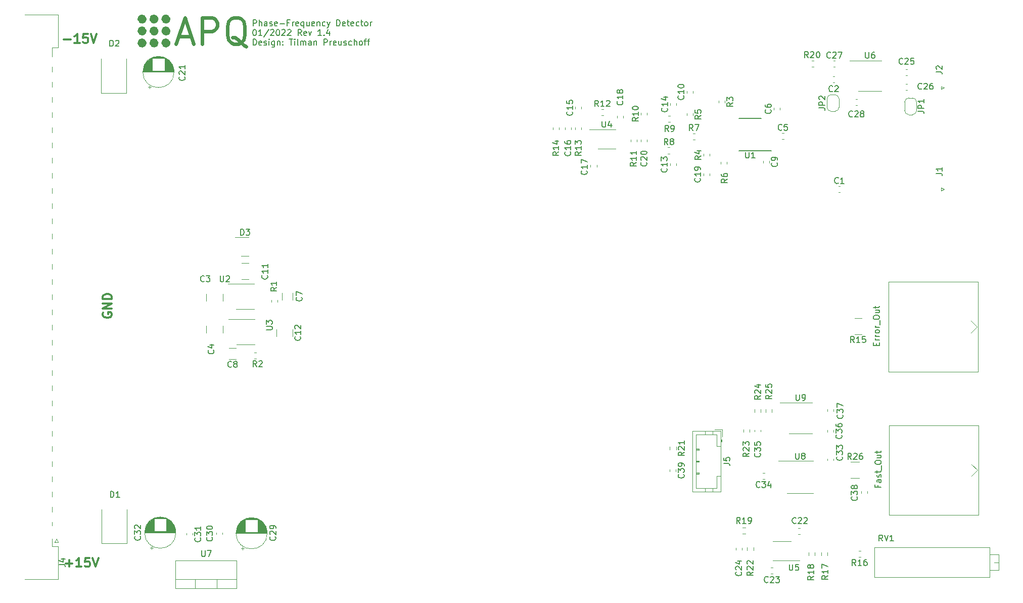
<source format=gbr>
G04 #@! TF.GenerationSoftware,KiCad,Pcbnew,(6.0.1)*
G04 #@! TF.CreationDate,2022-01-27T15:17:33+01:00*
G04 #@! TF.ProjectId,PFD_HMC439QS16G,5046445f-484d-4433-9433-395153313647,1.4*
G04 #@! TF.SameCoordinates,Original*
G04 #@! TF.FileFunction,Legend,Top*
G04 #@! TF.FilePolarity,Positive*
%FSLAX46Y46*%
G04 Gerber Fmt 4.6, Leading zero omitted, Abs format (unit mm)*
G04 Created by KiCad (PCBNEW (6.0.1)) date 2022-01-27 15:17:33*
%MOMM*%
%LPD*%
G01*
G04 APERTURE LIST*
%ADD10C,0.200000*%
%ADD11C,0.300000*%
%ADD12C,0.150000*%
%ADD13C,0.600000*%
%ADD14C,0.120000*%
%ADD15C,1.000000*%
G04 APERTURE END LIST*
D10*
X108368095Y-54642380D02*
X108368095Y-53642380D01*
X108749047Y-53642380D01*
X108844285Y-53690000D01*
X108891904Y-53737619D01*
X108939523Y-53832857D01*
X108939523Y-53975714D01*
X108891904Y-54070952D01*
X108844285Y-54118571D01*
X108749047Y-54166190D01*
X108368095Y-54166190D01*
X109368095Y-54642380D02*
X109368095Y-53642380D01*
X109796666Y-54642380D02*
X109796666Y-54118571D01*
X109749047Y-54023333D01*
X109653809Y-53975714D01*
X109510952Y-53975714D01*
X109415714Y-54023333D01*
X109368095Y-54070952D01*
X110701428Y-54642380D02*
X110701428Y-54118571D01*
X110653809Y-54023333D01*
X110558571Y-53975714D01*
X110368095Y-53975714D01*
X110272857Y-54023333D01*
X110701428Y-54594761D02*
X110606190Y-54642380D01*
X110368095Y-54642380D01*
X110272857Y-54594761D01*
X110225238Y-54499523D01*
X110225238Y-54404285D01*
X110272857Y-54309047D01*
X110368095Y-54261428D01*
X110606190Y-54261428D01*
X110701428Y-54213809D01*
X111130000Y-54594761D02*
X111225238Y-54642380D01*
X111415714Y-54642380D01*
X111510952Y-54594761D01*
X111558571Y-54499523D01*
X111558571Y-54451904D01*
X111510952Y-54356666D01*
X111415714Y-54309047D01*
X111272857Y-54309047D01*
X111177619Y-54261428D01*
X111130000Y-54166190D01*
X111130000Y-54118571D01*
X111177619Y-54023333D01*
X111272857Y-53975714D01*
X111415714Y-53975714D01*
X111510952Y-54023333D01*
X112368095Y-54594761D02*
X112272857Y-54642380D01*
X112082380Y-54642380D01*
X111987142Y-54594761D01*
X111939523Y-54499523D01*
X111939523Y-54118571D01*
X111987142Y-54023333D01*
X112082380Y-53975714D01*
X112272857Y-53975714D01*
X112368095Y-54023333D01*
X112415714Y-54118571D01*
X112415714Y-54213809D01*
X111939523Y-54309047D01*
X112844285Y-54261428D02*
X113606190Y-54261428D01*
X114415714Y-54118571D02*
X114082380Y-54118571D01*
X114082380Y-54642380D02*
X114082380Y-53642380D01*
X114558571Y-53642380D01*
X114939523Y-54642380D02*
X114939523Y-53975714D01*
X114939523Y-54166190D02*
X114987142Y-54070952D01*
X115034761Y-54023333D01*
X115130000Y-53975714D01*
X115225238Y-53975714D01*
X115939523Y-54594761D02*
X115844285Y-54642380D01*
X115653809Y-54642380D01*
X115558571Y-54594761D01*
X115510952Y-54499523D01*
X115510952Y-54118571D01*
X115558571Y-54023333D01*
X115653809Y-53975714D01*
X115844285Y-53975714D01*
X115939523Y-54023333D01*
X115987142Y-54118571D01*
X115987142Y-54213809D01*
X115510952Y-54309047D01*
X116844285Y-53975714D02*
X116844285Y-54975714D01*
X116844285Y-54594761D02*
X116749047Y-54642380D01*
X116558571Y-54642380D01*
X116463333Y-54594761D01*
X116415714Y-54547142D01*
X116368095Y-54451904D01*
X116368095Y-54166190D01*
X116415714Y-54070952D01*
X116463333Y-54023333D01*
X116558571Y-53975714D01*
X116749047Y-53975714D01*
X116844285Y-54023333D01*
X117749047Y-53975714D02*
X117749047Y-54642380D01*
X117320476Y-53975714D02*
X117320476Y-54499523D01*
X117368095Y-54594761D01*
X117463333Y-54642380D01*
X117606190Y-54642380D01*
X117701428Y-54594761D01*
X117749047Y-54547142D01*
X118606190Y-54594761D02*
X118510952Y-54642380D01*
X118320476Y-54642380D01*
X118225238Y-54594761D01*
X118177619Y-54499523D01*
X118177619Y-54118571D01*
X118225238Y-54023333D01*
X118320476Y-53975714D01*
X118510952Y-53975714D01*
X118606190Y-54023333D01*
X118653809Y-54118571D01*
X118653809Y-54213809D01*
X118177619Y-54309047D01*
X119082380Y-53975714D02*
X119082380Y-54642380D01*
X119082380Y-54070952D02*
X119130000Y-54023333D01*
X119225238Y-53975714D01*
X119368095Y-53975714D01*
X119463333Y-54023333D01*
X119510952Y-54118571D01*
X119510952Y-54642380D01*
X120415714Y-54594761D02*
X120320476Y-54642380D01*
X120130000Y-54642380D01*
X120034761Y-54594761D01*
X119987142Y-54547142D01*
X119939523Y-54451904D01*
X119939523Y-54166190D01*
X119987142Y-54070952D01*
X120034761Y-54023333D01*
X120130000Y-53975714D01*
X120320476Y-53975714D01*
X120415714Y-54023333D01*
X120749047Y-53975714D02*
X120987142Y-54642380D01*
X121225238Y-53975714D02*
X120987142Y-54642380D01*
X120891904Y-54880476D01*
X120844285Y-54928095D01*
X120749047Y-54975714D01*
X122368095Y-54642380D02*
X122368095Y-53642380D01*
X122606190Y-53642380D01*
X122749047Y-53690000D01*
X122844285Y-53785238D01*
X122891904Y-53880476D01*
X122939523Y-54070952D01*
X122939523Y-54213809D01*
X122891904Y-54404285D01*
X122844285Y-54499523D01*
X122749047Y-54594761D01*
X122606190Y-54642380D01*
X122368095Y-54642380D01*
X123749047Y-54594761D02*
X123653809Y-54642380D01*
X123463333Y-54642380D01*
X123368095Y-54594761D01*
X123320476Y-54499523D01*
X123320476Y-54118571D01*
X123368095Y-54023333D01*
X123463333Y-53975714D01*
X123653809Y-53975714D01*
X123749047Y-54023333D01*
X123796666Y-54118571D01*
X123796666Y-54213809D01*
X123320476Y-54309047D01*
X124082380Y-53975714D02*
X124463333Y-53975714D01*
X124225238Y-53642380D02*
X124225238Y-54499523D01*
X124272857Y-54594761D01*
X124368095Y-54642380D01*
X124463333Y-54642380D01*
X125177619Y-54594761D02*
X125082380Y-54642380D01*
X124891904Y-54642380D01*
X124796666Y-54594761D01*
X124749047Y-54499523D01*
X124749047Y-54118571D01*
X124796666Y-54023333D01*
X124891904Y-53975714D01*
X125082380Y-53975714D01*
X125177619Y-54023333D01*
X125225238Y-54118571D01*
X125225238Y-54213809D01*
X124749047Y-54309047D01*
X126082380Y-54594761D02*
X125987142Y-54642380D01*
X125796666Y-54642380D01*
X125701428Y-54594761D01*
X125653809Y-54547142D01*
X125606190Y-54451904D01*
X125606190Y-54166190D01*
X125653809Y-54070952D01*
X125701428Y-54023333D01*
X125796666Y-53975714D01*
X125987142Y-53975714D01*
X126082380Y-54023333D01*
X126368095Y-53975714D02*
X126749047Y-53975714D01*
X126510952Y-53642380D02*
X126510952Y-54499523D01*
X126558571Y-54594761D01*
X126653809Y-54642380D01*
X126749047Y-54642380D01*
X127225238Y-54642380D02*
X127130000Y-54594761D01*
X127082380Y-54547142D01*
X127034761Y-54451904D01*
X127034761Y-54166190D01*
X127082380Y-54070952D01*
X127130000Y-54023333D01*
X127225238Y-53975714D01*
X127368095Y-53975714D01*
X127463333Y-54023333D01*
X127510952Y-54070952D01*
X127558571Y-54166190D01*
X127558571Y-54451904D01*
X127510952Y-54547142D01*
X127463333Y-54594761D01*
X127368095Y-54642380D01*
X127225238Y-54642380D01*
X127987142Y-54642380D02*
X127987142Y-53975714D01*
X127987142Y-54166190D02*
X128034761Y-54070952D01*
X128082380Y-54023333D01*
X128177619Y-53975714D01*
X128272857Y-53975714D01*
X108558571Y-55252380D02*
X108653809Y-55252380D01*
X108749047Y-55300000D01*
X108796666Y-55347619D01*
X108844285Y-55442857D01*
X108891904Y-55633333D01*
X108891904Y-55871428D01*
X108844285Y-56061904D01*
X108796666Y-56157142D01*
X108749047Y-56204761D01*
X108653809Y-56252380D01*
X108558571Y-56252380D01*
X108463333Y-56204761D01*
X108415714Y-56157142D01*
X108368095Y-56061904D01*
X108320476Y-55871428D01*
X108320476Y-55633333D01*
X108368095Y-55442857D01*
X108415714Y-55347619D01*
X108463333Y-55300000D01*
X108558571Y-55252380D01*
X109844285Y-56252380D02*
X109272857Y-56252380D01*
X109558571Y-56252380D02*
X109558571Y-55252380D01*
X109463333Y-55395238D01*
X109368095Y-55490476D01*
X109272857Y-55538095D01*
X110987142Y-55204761D02*
X110130000Y-56490476D01*
X111272857Y-55347619D02*
X111320476Y-55300000D01*
X111415714Y-55252380D01*
X111653809Y-55252380D01*
X111749047Y-55300000D01*
X111796666Y-55347619D01*
X111844285Y-55442857D01*
X111844285Y-55538095D01*
X111796666Y-55680952D01*
X111225238Y-56252380D01*
X111844285Y-56252380D01*
X112463333Y-55252380D02*
X112558571Y-55252380D01*
X112653809Y-55300000D01*
X112701428Y-55347619D01*
X112749047Y-55442857D01*
X112796666Y-55633333D01*
X112796666Y-55871428D01*
X112749047Y-56061904D01*
X112701428Y-56157142D01*
X112653809Y-56204761D01*
X112558571Y-56252380D01*
X112463333Y-56252380D01*
X112368095Y-56204761D01*
X112320476Y-56157142D01*
X112272857Y-56061904D01*
X112225238Y-55871428D01*
X112225238Y-55633333D01*
X112272857Y-55442857D01*
X112320476Y-55347619D01*
X112368095Y-55300000D01*
X112463333Y-55252380D01*
X113177619Y-55347619D02*
X113225238Y-55300000D01*
X113320476Y-55252380D01*
X113558571Y-55252380D01*
X113653809Y-55300000D01*
X113701428Y-55347619D01*
X113749047Y-55442857D01*
X113749047Y-55538095D01*
X113701428Y-55680952D01*
X113130000Y-56252380D01*
X113749047Y-56252380D01*
X114130000Y-55347619D02*
X114177619Y-55300000D01*
X114272857Y-55252380D01*
X114510952Y-55252380D01*
X114606190Y-55300000D01*
X114653809Y-55347619D01*
X114701428Y-55442857D01*
X114701428Y-55538095D01*
X114653809Y-55680952D01*
X114082380Y-56252380D01*
X114701428Y-56252380D01*
X116463333Y-56252380D02*
X116130000Y-55776190D01*
X115891904Y-56252380D02*
X115891904Y-55252380D01*
X116272857Y-55252380D01*
X116368095Y-55300000D01*
X116415714Y-55347619D01*
X116463333Y-55442857D01*
X116463333Y-55585714D01*
X116415714Y-55680952D01*
X116368095Y-55728571D01*
X116272857Y-55776190D01*
X115891904Y-55776190D01*
X117272857Y-56204761D02*
X117177619Y-56252380D01*
X116987142Y-56252380D01*
X116891904Y-56204761D01*
X116844285Y-56109523D01*
X116844285Y-55728571D01*
X116891904Y-55633333D01*
X116987142Y-55585714D01*
X117177619Y-55585714D01*
X117272857Y-55633333D01*
X117320476Y-55728571D01*
X117320476Y-55823809D01*
X116844285Y-55919047D01*
X117653809Y-55585714D02*
X117891904Y-56252380D01*
X118130000Y-55585714D01*
X119796666Y-56252380D02*
X119225238Y-56252380D01*
X119510952Y-56252380D02*
X119510952Y-55252380D01*
X119415714Y-55395238D01*
X119320476Y-55490476D01*
X119225238Y-55538095D01*
X120225238Y-56157142D02*
X120272857Y-56204761D01*
X120225238Y-56252380D01*
X120177619Y-56204761D01*
X120225238Y-56157142D01*
X120225238Y-56252380D01*
X121130000Y-55585714D02*
X121130000Y-56252380D01*
X120891904Y-55204761D02*
X120653809Y-55919047D01*
X121272857Y-55919047D01*
X108368095Y-57862380D02*
X108368095Y-56862380D01*
X108606190Y-56862380D01*
X108749047Y-56910000D01*
X108844285Y-57005238D01*
X108891904Y-57100476D01*
X108939523Y-57290952D01*
X108939523Y-57433809D01*
X108891904Y-57624285D01*
X108844285Y-57719523D01*
X108749047Y-57814761D01*
X108606190Y-57862380D01*
X108368095Y-57862380D01*
X109749047Y-57814761D02*
X109653809Y-57862380D01*
X109463333Y-57862380D01*
X109368095Y-57814761D01*
X109320476Y-57719523D01*
X109320476Y-57338571D01*
X109368095Y-57243333D01*
X109463333Y-57195714D01*
X109653809Y-57195714D01*
X109749047Y-57243333D01*
X109796666Y-57338571D01*
X109796666Y-57433809D01*
X109320476Y-57529047D01*
X110177619Y-57814761D02*
X110272857Y-57862380D01*
X110463333Y-57862380D01*
X110558571Y-57814761D01*
X110606190Y-57719523D01*
X110606190Y-57671904D01*
X110558571Y-57576666D01*
X110463333Y-57529047D01*
X110320476Y-57529047D01*
X110225238Y-57481428D01*
X110177619Y-57386190D01*
X110177619Y-57338571D01*
X110225238Y-57243333D01*
X110320476Y-57195714D01*
X110463333Y-57195714D01*
X110558571Y-57243333D01*
X111034761Y-57862380D02*
X111034761Y-57195714D01*
X111034761Y-56862380D02*
X110987142Y-56910000D01*
X111034761Y-56957619D01*
X111082380Y-56910000D01*
X111034761Y-56862380D01*
X111034761Y-56957619D01*
X111939523Y-57195714D02*
X111939523Y-58005238D01*
X111891904Y-58100476D01*
X111844285Y-58148095D01*
X111749047Y-58195714D01*
X111606190Y-58195714D01*
X111510952Y-58148095D01*
X111939523Y-57814761D02*
X111844285Y-57862380D01*
X111653809Y-57862380D01*
X111558571Y-57814761D01*
X111510952Y-57767142D01*
X111463333Y-57671904D01*
X111463333Y-57386190D01*
X111510952Y-57290952D01*
X111558571Y-57243333D01*
X111653809Y-57195714D01*
X111844285Y-57195714D01*
X111939523Y-57243333D01*
X112415714Y-57195714D02*
X112415714Y-57862380D01*
X112415714Y-57290952D02*
X112463333Y-57243333D01*
X112558571Y-57195714D01*
X112701428Y-57195714D01*
X112796666Y-57243333D01*
X112844285Y-57338571D01*
X112844285Y-57862380D01*
X113320476Y-57767142D02*
X113368095Y-57814761D01*
X113320476Y-57862380D01*
X113272857Y-57814761D01*
X113320476Y-57767142D01*
X113320476Y-57862380D01*
X113320476Y-57243333D02*
X113368095Y-57290952D01*
X113320476Y-57338571D01*
X113272857Y-57290952D01*
X113320476Y-57243333D01*
X113320476Y-57338571D01*
X114415714Y-56862380D02*
X114987142Y-56862380D01*
X114701428Y-57862380D02*
X114701428Y-56862380D01*
X115320476Y-57862380D02*
X115320476Y-57195714D01*
X115320476Y-56862380D02*
X115272857Y-56910000D01*
X115320476Y-56957619D01*
X115368095Y-56910000D01*
X115320476Y-56862380D01*
X115320476Y-56957619D01*
X115939523Y-57862380D02*
X115844285Y-57814761D01*
X115796666Y-57719523D01*
X115796666Y-56862380D01*
X116320476Y-57862380D02*
X116320476Y-57195714D01*
X116320476Y-57290952D02*
X116368095Y-57243333D01*
X116463333Y-57195714D01*
X116606190Y-57195714D01*
X116701428Y-57243333D01*
X116749047Y-57338571D01*
X116749047Y-57862380D01*
X116749047Y-57338571D02*
X116796666Y-57243333D01*
X116891904Y-57195714D01*
X117034761Y-57195714D01*
X117130000Y-57243333D01*
X117177619Y-57338571D01*
X117177619Y-57862380D01*
X118082380Y-57862380D02*
X118082380Y-57338571D01*
X118034761Y-57243333D01*
X117939523Y-57195714D01*
X117749047Y-57195714D01*
X117653809Y-57243333D01*
X118082380Y-57814761D02*
X117987142Y-57862380D01*
X117749047Y-57862380D01*
X117653809Y-57814761D01*
X117606190Y-57719523D01*
X117606190Y-57624285D01*
X117653809Y-57529047D01*
X117749047Y-57481428D01*
X117987142Y-57481428D01*
X118082380Y-57433809D01*
X118558571Y-57195714D02*
X118558571Y-57862380D01*
X118558571Y-57290952D02*
X118606190Y-57243333D01*
X118701428Y-57195714D01*
X118844285Y-57195714D01*
X118939523Y-57243333D01*
X118987142Y-57338571D01*
X118987142Y-57862380D01*
X120225238Y-57862380D02*
X120225238Y-56862380D01*
X120606190Y-56862380D01*
X120701428Y-56910000D01*
X120749047Y-56957619D01*
X120796666Y-57052857D01*
X120796666Y-57195714D01*
X120749047Y-57290952D01*
X120701428Y-57338571D01*
X120606190Y-57386190D01*
X120225238Y-57386190D01*
X121225238Y-57862380D02*
X121225238Y-57195714D01*
X121225238Y-57386190D02*
X121272857Y-57290952D01*
X121320476Y-57243333D01*
X121415714Y-57195714D01*
X121510952Y-57195714D01*
X122225238Y-57814761D02*
X122130000Y-57862380D01*
X121939523Y-57862380D01*
X121844285Y-57814761D01*
X121796666Y-57719523D01*
X121796666Y-57338571D01*
X121844285Y-57243333D01*
X121939523Y-57195714D01*
X122130000Y-57195714D01*
X122225238Y-57243333D01*
X122272857Y-57338571D01*
X122272857Y-57433809D01*
X121796666Y-57529047D01*
X123130000Y-57195714D02*
X123130000Y-57862380D01*
X122701428Y-57195714D02*
X122701428Y-57719523D01*
X122749047Y-57814761D01*
X122844285Y-57862380D01*
X122987142Y-57862380D01*
X123082380Y-57814761D01*
X123130000Y-57767142D01*
X123558571Y-57814761D02*
X123653809Y-57862380D01*
X123844285Y-57862380D01*
X123939523Y-57814761D01*
X123987142Y-57719523D01*
X123987142Y-57671904D01*
X123939523Y-57576666D01*
X123844285Y-57529047D01*
X123701428Y-57529047D01*
X123606190Y-57481428D01*
X123558571Y-57386190D01*
X123558571Y-57338571D01*
X123606190Y-57243333D01*
X123701428Y-57195714D01*
X123844285Y-57195714D01*
X123939523Y-57243333D01*
X124844285Y-57814761D02*
X124749047Y-57862380D01*
X124558571Y-57862380D01*
X124463333Y-57814761D01*
X124415714Y-57767142D01*
X124368095Y-57671904D01*
X124368095Y-57386190D01*
X124415714Y-57290952D01*
X124463333Y-57243333D01*
X124558571Y-57195714D01*
X124749047Y-57195714D01*
X124844285Y-57243333D01*
X125272857Y-57862380D02*
X125272857Y-56862380D01*
X125701428Y-57862380D02*
X125701428Y-57338571D01*
X125653809Y-57243333D01*
X125558571Y-57195714D01*
X125415714Y-57195714D01*
X125320476Y-57243333D01*
X125272857Y-57290952D01*
X126320476Y-57862380D02*
X126225238Y-57814761D01*
X126177619Y-57767142D01*
X126130000Y-57671904D01*
X126130000Y-57386190D01*
X126177619Y-57290952D01*
X126225238Y-57243333D01*
X126320476Y-57195714D01*
X126463333Y-57195714D01*
X126558571Y-57243333D01*
X126606190Y-57290952D01*
X126653809Y-57386190D01*
X126653809Y-57671904D01*
X126606190Y-57767142D01*
X126558571Y-57814761D01*
X126463333Y-57862380D01*
X126320476Y-57862380D01*
X126939523Y-57195714D02*
X127320476Y-57195714D01*
X127082380Y-57862380D02*
X127082380Y-57005238D01*
X127130000Y-56910000D01*
X127225238Y-56862380D01*
X127320476Y-56862380D01*
X127510952Y-57195714D02*
X127891904Y-57195714D01*
X127653809Y-57862380D02*
X127653809Y-57005238D01*
X127701428Y-56910000D01*
X127796666Y-56862380D01*
X127891904Y-56862380D01*
D11*
X76657142Y-56907142D02*
X77800000Y-56907142D01*
X79300000Y-57478571D02*
X78442857Y-57478571D01*
X78871428Y-57478571D02*
X78871428Y-55978571D01*
X78728571Y-56192857D01*
X78585714Y-56335714D01*
X78442857Y-56407142D01*
X80657142Y-55978571D02*
X79942857Y-55978571D01*
X79871428Y-56692857D01*
X79942857Y-56621428D01*
X80085714Y-56550000D01*
X80442857Y-56550000D01*
X80585714Y-56621428D01*
X80657142Y-56692857D01*
X80728571Y-56835714D01*
X80728571Y-57192857D01*
X80657142Y-57335714D01*
X80585714Y-57407142D01*
X80442857Y-57478571D01*
X80085714Y-57478571D01*
X79942857Y-57407142D01*
X79871428Y-57335714D01*
X81157142Y-55978571D02*
X81657142Y-57478571D01*
X82157142Y-55978571D01*
X83250000Y-102642857D02*
X83178571Y-102785714D01*
X83178571Y-103000000D01*
X83250000Y-103214285D01*
X83392857Y-103357142D01*
X83535714Y-103428571D01*
X83821428Y-103500000D01*
X84035714Y-103500000D01*
X84321428Y-103428571D01*
X84464285Y-103357142D01*
X84607142Y-103214285D01*
X84678571Y-103000000D01*
X84678571Y-102857142D01*
X84607142Y-102642857D01*
X84535714Y-102571428D01*
X84035714Y-102571428D01*
X84035714Y-102857142D01*
X84678571Y-101928571D02*
X83178571Y-101928571D01*
X84678571Y-101071428D01*
X83178571Y-101071428D01*
X84678571Y-100357142D02*
X83178571Y-100357142D01*
X83178571Y-100000000D01*
X83250000Y-99785714D01*
X83392857Y-99642857D01*
X83535714Y-99571428D01*
X83821428Y-99500000D01*
X84035714Y-99500000D01*
X84321428Y-99571428D01*
X84464285Y-99642857D01*
X84607142Y-99785714D01*
X84678571Y-100000000D01*
X84678571Y-100357142D01*
X76957142Y-144607142D02*
X78100000Y-144607142D01*
X77528571Y-145178571D02*
X77528571Y-144035714D01*
X79600000Y-145178571D02*
X78742857Y-145178571D01*
X79171428Y-145178571D02*
X79171428Y-143678571D01*
X79028571Y-143892857D01*
X78885714Y-144035714D01*
X78742857Y-144107142D01*
X80957142Y-143678571D02*
X80242857Y-143678571D01*
X80171428Y-144392857D01*
X80242857Y-144321428D01*
X80385714Y-144250000D01*
X80742857Y-144250000D01*
X80885714Y-144321428D01*
X80957142Y-144392857D01*
X81028571Y-144535714D01*
X81028571Y-144892857D01*
X80957142Y-145035714D01*
X80885714Y-145107142D01*
X80742857Y-145178571D01*
X80385714Y-145178571D01*
X80242857Y-145107142D01*
X80171428Y-145035714D01*
X81457142Y-143678571D02*
X81957142Y-145178571D01*
X82457142Y-143678571D01*
D12*
X202252380Y-146743957D02*
X201776190Y-147077290D01*
X202252380Y-147315385D02*
X201252380Y-147315385D01*
X201252380Y-146934433D01*
X201300000Y-146839195D01*
X201347619Y-146791576D01*
X201442857Y-146743957D01*
X201585714Y-146743957D01*
X201680952Y-146791576D01*
X201728571Y-146839195D01*
X201776190Y-146934433D01*
X201776190Y-147315385D01*
X202252380Y-145791576D02*
X202252380Y-146363004D01*
X202252380Y-146077290D02*
X201252380Y-146077290D01*
X201395238Y-146172528D01*
X201490476Y-146267766D01*
X201538095Y-146363004D01*
X201680952Y-145220147D02*
X201633333Y-145315385D01*
X201585714Y-145363004D01*
X201490476Y-145410623D01*
X201442857Y-145410623D01*
X201347619Y-145363004D01*
X201300000Y-145315385D01*
X201252380Y-145220147D01*
X201252380Y-145029671D01*
X201300000Y-144934433D01*
X201347619Y-144886814D01*
X201442857Y-144839195D01*
X201490476Y-144839195D01*
X201585714Y-144886814D01*
X201633333Y-144934433D01*
X201680952Y-145029671D01*
X201680952Y-145220147D01*
X201728571Y-145315385D01*
X201776190Y-145363004D01*
X201871428Y-145410623D01*
X202061904Y-145410623D01*
X202157142Y-145363004D01*
X202204761Y-145315385D01*
X202252380Y-145220147D01*
X202252380Y-145029671D01*
X202204761Y-144934433D01*
X202157142Y-144886814D01*
X202061904Y-144839195D01*
X201871428Y-144839195D01*
X201776190Y-144886814D01*
X201728571Y-144934433D01*
X201680952Y-145029671D01*
X204652380Y-146643957D02*
X204176190Y-146977290D01*
X204652380Y-147215385D02*
X203652380Y-147215385D01*
X203652380Y-146834433D01*
X203700000Y-146739195D01*
X203747619Y-146691576D01*
X203842857Y-146643957D01*
X203985714Y-146643957D01*
X204080952Y-146691576D01*
X204128571Y-146739195D01*
X204176190Y-146834433D01*
X204176190Y-147215385D01*
X204652380Y-145691576D02*
X204652380Y-146263004D01*
X204652380Y-145977290D02*
X203652380Y-145977290D01*
X203795238Y-146072528D01*
X203890476Y-146167766D01*
X203938095Y-146263004D01*
X203652380Y-145358242D02*
X203652380Y-144691576D01*
X204652380Y-145120147D01*
X220357142Y-65157142D02*
X220309523Y-65204761D01*
X220166666Y-65252380D01*
X220071428Y-65252380D01*
X219928571Y-65204761D01*
X219833333Y-65109523D01*
X219785714Y-65014285D01*
X219738095Y-64823809D01*
X219738095Y-64680952D01*
X219785714Y-64490476D01*
X219833333Y-64395238D01*
X219928571Y-64300000D01*
X220071428Y-64252380D01*
X220166666Y-64252380D01*
X220309523Y-64300000D01*
X220357142Y-64347619D01*
X220738095Y-64347619D02*
X220785714Y-64300000D01*
X220880952Y-64252380D01*
X221119047Y-64252380D01*
X221214285Y-64300000D01*
X221261904Y-64347619D01*
X221309523Y-64442857D01*
X221309523Y-64538095D01*
X221261904Y-64680952D01*
X220690476Y-65252380D01*
X221309523Y-65252380D01*
X222166666Y-64252380D02*
X221976190Y-64252380D01*
X221880952Y-64300000D01*
X221833333Y-64347619D01*
X221738095Y-64490476D01*
X221690476Y-64680952D01*
X221690476Y-65061904D01*
X221738095Y-65157142D01*
X221785714Y-65204761D01*
X221880952Y-65252380D01*
X222071428Y-65252380D01*
X222166666Y-65204761D01*
X222214285Y-65157142D01*
X222261904Y-65061904D01*
X222261904Y-64823809D01*
X222214285Y-64728571D01*
X222166666Y-64680952D01*
X222071428Y-64633333D01*
X221880952Y-64633333D01*
X221785714Y-64680952D01*
X221738095Y-64728571D01*
X221690476Y-64823809D01*
X205433333Y-65557142D02*
X205385714Y-65604761D01*
X205242857Y-65652380D01*
X205147619Y-65652380D01*
X205004761Y-65604761D01*
X204909523Y-65509523D01*
X204861904Y-65414285D01*
X204814285Y-65223809D01*
X204814285Y-65080952D01*
X204861904Y-64890476D01*
X204909523Y-64795238D01*
X205004761Y-64700000D01*
X205147619Y-64652380D01*
X205242857Y-64652380D01*
X205385714Y-64700000D01*
X205433333Y-64747619D01*
X205814285Y-64747619D02*
X205861904Y-64700000D01*
X205957142Y-64652380D01*
X206195238Y-64652380D01*
X206290476Y-64700000D01*
X206338095Y-64747619D01*
X206385714Y-64842857D01*
X206385714Y-64938095D01*
X206338095Y-65080952D01*
X205766666Y-65652380D01*
X206385714Y-65652380D01*
X100183333Y-97357142D02*
X100135714Y-97404761D01*
X99992857Y-97452380D01*
X99897619Y-97452380D01*
X99754761Y-97404761D01*
X99659523Y-97309523D01*
X99611904Y-97214285D01*
X99564285Y-97023809D01*
X99564285Y-96880952D01*
X99611904Y-96690476D01*
X99659523Y-96595238D01*
X99754761Y-96500000D01*
X99897619Y-96452380D01*
X99992857Y-96452380D01*
X100135714Y-96500000D01*
X100183333Y-96547619D01*
X100516666Y-96452380D02*
X101135714Y-96452380D01*
X100802380Y-96833333D01*
X100945238Y-96833333D01*
X101040476Y-96880952D01*
X101088095Y-96928571D01*
X101135714Y-97023809D01*
X101135714Y-97261904D01*
X101088095Y-97357142D01*
X101040476Y-97404761D01*
X100945238Y-97452380D01*
X100659523Y-97452380D01*
X100564285Y-97404761D01*
X100516666Y-97357142D01*
X101707142Y-108916666D02*
X101754761Y-108964285D01*
X101802380Y-109107142D01*
X101802380Y-109202380D01*
X101754761Y-109345238D01*
X101659523Y-109440476D01*
X101564285Y-109488095D01*
X101373809Y-109535714D01*
X101230952Y-109535714D01*
X101040476Y-109488095D01*
X100945238Y-109440476D01*
X100850000Y-109345238D01*
X100802380Y-109202380D01*
X100802380Y-109107142D01*
X100850000Y-108964285D01*
X100897619Y-108916666D01*
X101135714Y-108059523D02*
X101802380Y-108059523D01*
X100754761Y-108297619D02*
X101469047Y-108535714D01*
X101469047Y-107916666D01*
X196933333Y-72027142D02*
X196885714Y-72074761D01*
X196742857Y-72122380D01*
X196647619Y-72122380D01*
X196504761Y-72074761D01*
X196409523Y-71979523D01*
X196361904Y-71884285D01*
X196314285Y-71693809D01*
X196314285Y-71550952D01*
X196361904Y-71360476D01*
X196409523Y-71265238D01*
X196504761Y-71170000D01*
X196647619Y-71122380D01*
X196742857Y-71122380D01*
X196885714Y-71170000D01*
X196933333Y-71217619D01*
X197838095Y-71122380D02*
X197361904Y-71122380D01*
X197314285Y-71598571D01*
X197361904Y-71550952D01*
X197457142Y-71503333D01*
X197695238Y-71503333D01*
X197790476Y-71550952D01*
X197838095Y-71598571D01*
X197885714Y-71693809D01*
X197885714Y-71931904D01*
X197838095Y-72027142D01*
X197790476Y-72074761D01*
X197695238Y-72122380D01*
X197457142Y-72122380D01*
X197361904Y-72074761D01*
X197314285Y-72027142D01*
X195027142Y-68666666D02*
X195074761Y-68714285D01*
X195122380Y-68857142D01*
X195122380Y-68952380D01*
X195074761Y-69095238D01*
X194979523Y-69190476D01*
X194884285Y-69238095D01*
X194693809Y-69285714D01*
X194550952Y-69285714D01*
X194360476Y-69238095D01*
X194265238Y-69190476D01*
X194170000Y-69095238D01*
X194122380Y-68952380D01*
X194122380Y-68857142D01*
X194170000Y-68714285D01*
X194217619Y-68666666D01*
X194122380Y-67809523D02*
X194122380Y-68000000D01*
X194170000Y-68095238D01*
X194217619Y-68142857D01*
X194360476Y-68238095D01*
X194550952Y-68285714D01*
X194931904Y-68285714D01*
X195027142Y-68238095D01*
X195074761Y-68190476D01*
X195122380Y-68095238D01*
X195122380Y-67904761D01*
X195074761Y-67809523D01*
X195027142Y-67761904D01*
X194931904Y-67714285D01*
X194693809Y-67714285D01*
X194598571Y-67761904D01*
X194550952Y-67809523D01*
X194503333Y-67904761D01*
X194503333Y-68095238D01*
X194550952Y-68190476D01*
X194598571Y-68238095D01*
X194693809Y-68285714D01*
X116457142Y-100066666D02*
X116504761Y-100114285D01*
X116552380Y-100257142D01*
X116552380Y-100352380D01*
X116504761Y-100495238D01*
X116409523Y-100590476D01*
X116314285Y-100638095D01*
X116123809Y-100685714D01*
X115980952Y-100685714D01*
X115790476Y-100638095D01*
X115695238Y-100590476D01*
X115600000Y-100495238D01*
X115552380Y-100352380D01*
X115552380Y-100257142D01*
X115600000Y-100114285D01*
X115647619Y-100066666D01*
X115552380Y-99733333D02*
X115552380Y-99066666D01*
X116552380Y-99495238D01*
X104733333Y-111677142D02*
X104685714Y-111724761D01*
X104542857Y-111772380D01*
X104447619Y-111772380D01*
X104304761Y-111724761D01*
X104209523Y-111629523D01*
X104161904Y-111534285D01*
X104114285Y-111343809D01*
X104114285Y-111200952D01*
X104161904Y-111010476D01*
X104209523Y-110915238D01*
X104304761Y-110820000D01*
X104447619Y-110772380D01*
X104542857Y-110772380D01*
X104685714Y-110820000D01*
X104733333Y-110867619D01*
X105304761Y-111200952D02*
X105209523Y-111153333D01*
X105161904Y-111105714D01*
X105114285Y-111010476D01*
X105114285Y-110962857D01*
X105161904Y-110867619D01*
X105209523Y-110820000D01*
X105304761Y-110772380D01*
X105495238Y-110772380D01*
X105590476Y-110820000D01*
X105638095Y-110867619D01*
X105685714Y-110962857D01*
X105685714Y-111010476D01*
X105638095Y-111105714D01*
X105590476Y-111153333D01*
X105495238Y-111200952D01*
X105304761Y-111200952D01*
X105209523Y-111248571D01*
X105161904Y-111296190D01*
X105114285Y-111391428D01*
X105114285Y-111581904D01*
X105161904Y-111677142D01*
X105209523Y-111724761D01*
X105304761Y-111772380D01*
X105495238Y-111772380D01*
X105590476Y-111724761D01*
X105638095Y-111677142D01*
X105685714Y-111581904D01*
X105685714Y-111391428D01*
X105638095Y-111296190D01*
X105590476Y-111248571D01*
X105495238Y-111200952D01*
X196087142Y-77566666D02*
X196134761Y-77614285D01*
X196182380Y-77757142D01*
X196182380Y-77852380D01*
X196134761Y-77995238D01*
X196039523Y-78090476D01*
X195944285Y-78138095D01*
X195753809Y-78185714D01*
X195610952Y-78185714D01*
X195420476Y-78138095D01*
X195325238Y-78090476D01*
X195230000Y-77995238D01*
X195182380Y-77852380D01*
X195182380Y-77757142D01*
X195230000Y-77614285D01*
X195277619Y-77566666D01*
X196182380Y-77090476D02*
X196182380Y-76900000D01*
X196134761Y-76804761D01*
X196087142Y-76757142D01*
X195944285Y-76661904D01*
X195753809Y-76614285D01*
X195372857Y-76614285D01*
X195277619Y-76661904D01*
X195230000Y-76709523D01*
X195182380Y-76804761D01*
X195182380Y-76995238D01*
X195230000Y-77090476D01*
X195277619Y-77138095D01*
X195372857Y-77185714D01*
X195610952Y-77185714D01*
X195706190Y-77138095D01*
X195753809Y-77090476D01*
X195801428Y-76995238D01*
X195801428Y-76804761D01*
X195753809Y-76709523D01*
X195706190Y-76661904D01*
X195610952Y-76614285D01*
X180427142Y-66342857D02*
X180474761Y-66390476D01*
X180522380Y-66533333D01*
X180522380Y-66628571D01*
X180474761Y-66771428D01*
X180379523Y-66866666D01*
X180284285Y-66914285D01*
X180093809Y-66961904D01*
X179950952Y-66961904D01*
X179760476Y-66914285D01*
X179665238Y-66866666D01*
X179570000Y-66771428D01*
X179522380Y-66628571D01*
X179522380Y-66533333D01*
X179570000Y-66390476D01*
X179617619Y-66342857D01*
X180522380Y-65390476D02*
X180522380Y-65961904D01*
X180522380Y-65676190D02*
X179522380Y-65676190D01*
X179665238Y-65771428D01*
X179760476Y-65866666D01*
X179808095Y-65961904D01*
X179522380Y-64771428D02*
X179522380Y-64676190D01*
X179570000Y-64580952D01*
X179617619Y-64533333D01*
X179712857Y-64485714D01*
X179903333Y-64438095D01*
X180141428Y-64438095D01*
X180331904Y-64485714D01*
X180427142Y-64533333D01*
X180474761Y-64580952D01*
X180522380Y-64676190D01*
X180522380Y-64771428D01*
X180474761Y-64866666D01*
X180427142Y-64914285D01*
X180331904Y-64961904D01*
X180141428Y-65009523D01*
X179903333Y-65009523D01*
X179712857Y-64961904D01*
X179617619Y-64914285D01*
X179570000Y-64866666D01*
X179522380Y-64771428D01*
X110707142Y-96392857D02*
X110754761Y-96440476D01*
X110802380Y-96583333D01*
X110802380Y-96678571D01*
X110754761Y-96821428D01*
X110659523Y-96916666D01*
X110564285Y-96964285D01*
X110373809Y-97011904D01*
X110230952Y-97011904D01*
X110040476Y-96964285D01*
X109945238Y-96916666D01*
X109850000Y-96821428D01*
X109802380Y-96678571D01*
X109802380Y-96583333D01*
X109850000Y-96440476D01*
X109897619Y-96392857D01*
X110802380Y-95440476D02*
X110802380Y-96011904D01*
X110802380Y-95726190D02*
X109802380Y-95726190D01*
X109945238Y-95821428D01*
X110040476Y-95916666D01*
X110088095Y-96011904D01*
X110802380Y-94488095D02*
X110802380Y-95059523D01*
X110802380Y-94773809D02*
X109802380Y-94773809D01*
X109945238Y-94869047D01*
X110040476Y-94964285D01*
X110088095Y-95059523D01*
X177627142Y-78492857D02*
X177674761Y-78540476D01*
X177722380Y-78683333D01*
X177722380Y-78778571D01*
X177674761Y-78921428D01*
X177579523Y-79016666D01*
X177484285Y-79064285D01*
X177293809Y-79111904D01*
X177150952Y-79111904D01*
X176960476Y-79064285D01*
X176865238Y-79016666D01*
X176770000Y-78921428D01*
X176722380Y-78778571D01*
X176722380Y-78683333D01*
X176770000Y-78540476D01*
X176817619Y-78492857D01*
X177722380Y-77540476D02*
X177722380Y-78111904D01*
X177722380Y-77826190D02*
X176722380Y-77826190D01*
X176865238Y-77921428D01*
X176960476Y-78016666D01*
X177008095Y-78111904D01*
X176722380Y-77207142D02*
X176722380Y-76588095D01*
X177103333Y-76921428D01*
X177103333Y-76778571D01*
X177150952Y-76683333D01*
X177198571Y-76635714D01*
X177293809Y-76588095D01*
X177531904Y-76588095D01*
X177627142Y-76635714D01*
X177674761Y-76683333D01*
X177722380Y-76778571D01*
X177722380Y-77064285D01*
X177674761Y-77159523D01*
X177627142Y-77207142D01*
X177677142Y-68392857D02*
X177724761Y-68440476D01*
X177772380Y-68583333D01*
X177772380Y-68678571D01*
X177724761Y-68821428D01*
X177629523Y-68916666D01*
X177534285Y-68964285D01*
X177343809Y-69011904D01*
X177200952Y-69011904D01*
X177010476Y-68964285D01*
X176915238Y-68916666D01*
X176820000Y-68821428D01*
X176772380Y-68678571D01*
X176772380Y-68583333D01*
X176820000Y-68440476D01*
X176867619Y-68392857D01*
X177772380Y-67440476D02*
X177772380Y-68011904D01*
X177772380Y-67726190D02*
X176772380Y-67726190D01*
X176915238Y-67821428D01*
X177010476Y-67916666D01*
X177058095Y-68011904D01*
X177105714Y-66583333D02*
X177772380Y-66583333D01*
X176724761Y-66821428D02*
X177439047Y-67059523D01*
X177439047Y-66440476D01*
X161777142Y-68992857D02*
X161824761Y-69040476D01*
X161872380Y-69183333D01*
X161872380Y-69278571D01*
X161824761Y-69421428D01*
X161729523Y-69516666D01*
X161634285Y-69564285D01*
X161443809Y-69611904D01*
X161300952Y-69611904D01*
X161110476Y-69564285D01*
X161015238Y-69516666D01*
X160920000Y-69421428D01*
X160872380Y-69278571D01*
X160872380Y-69183333D01*
X160920000Y-69040476D01*
X160967619Y-68992857D01*
X161872380Y-68040476D02*
X161872380Y-68611904D01*
X161872380Y-68326190D02*
X160872380Y-68326190D01*
X161015238Y-68421428D01*
X161110476Y-68516666D01*
X161158095Y-68611904D01*
X160872380Y-67135714D02*
X160872380Y-67611904D01*
X161348571Y-67659523D01*
X161300952Y-67611904D01*
X161253333Y-67516666D01*
X161253333Y-67278571D01*
X161300952Y-67183333D01*
X161348571Y-67135714D01*
X161443809Y-67088095D01*
X161681904Y-67088095D01*
X161777142Y-67135714D01*
X161824761Y-67183333D01*
X161872380Y-67278571D01*
X161872380Y-67516666D01*
X161824761Y-67611904D01*
X161777142Y-67659523D01*
X161457142Y-75742857D02*
X161504761Y-75790476D01*
X161552380Y-75933333D01*
X161552380Y-76028571D01*
X161504761Y-76171428D01*
X161409523Y-76266666D01*
X161314285Y-76314285D01*
X161123809Y-76361904D01*
X160980952Y-76361904D01*
X160790476Y-76314285D01*
X160695238Y-76266666D01*
X160600000Y-76171428D01*
X160552380Y-76028571D01*
X160552380Y-75933333D01*
X160600000Y-75790476D01*
X160647619Y-75742857D01*
X161552380Y-74790476D02*
X161552380Y-75361904D01*
X161552380Y-75076190D02*
X160552380Y-75076190D01*
X160695238Y-75171428D01*
X160790476Y-75266666D01*
X160838095Y-75361904D01*
X160552380Y-73933333D02*
X160552380Y-74123809D01*
X160600000Y-74219047D01*
X160647619Y-74266666D01*
X160790476Y-74361904D01*
X160980952Y-74409523D01*
X161361904Y-74409523D01*
X161457142Y-74361904D01*
X161504761Y-74314285D01*
X161552380Y-74219047D01*
X161552380Y-74028571D01*
X161504761Y-73933333D01*
X161457142Y-73885714D01*
X161361904Y-73838095D01*
X161123809Y-73838095D01*
X161028571Y-73885714D01*
X160980952Y-73933333D01*
X160933333Y-74028571D01*
X160933333Y-74219047D01*
X160980952Y-74314285D01*
X161028571Y-74361904D01*
X161123809Y-74409523D01*
X164207142Y-78892857D02*
X164254761Y-78940476D01*
X164302380Y-79083333D01*
X164302380Y-79178571D01*
X164254761Y-79321428D01*
X164159523Y-79416666D01*
X164064285Y-79464285D01*
X163873809Y-79511904D01*
X163730952Y-79511904D01*
X163540476Y-79464285D01*
X163445238Y-79416666D01*
X163350000Y-79321428D01*
X163302380Y-79178571D01*
X163302380Y-79083333D01*
X163350000Y-78940476D01*
X163397619Y-78892857D01*
X164302380Y-77940476D02*
X164302380Y-78511904D01*
X164302380Y-78226190D02*
X163302380Y-78226190D01*
X163445238Y-78321428D01*
X163540476Y-78416666D01*
X163588095Y-78511904D01*
X163302380Y-77607142D02*
X163302380Y-76940476D01*
X164302380Y-77369047D01*
X170207142Y-67242857D02*
X170254761Y-67290476D01*
X170302380Y-67433333D01*
X170302380Y-67528571D01*
X170254761Y-67671428D01*
X170159523Y-67766666D01*
X170064285Y-67814285D01*
X169873809Y-67861904D01*
X169730952Y-67861904D01*
X169540476Y-67814285D01*
X169445238Y-67766666D01*
X169350000Y-67671428D01*
X169302380Y-67528571D01*
X169302380Y-67433333D01*
X169350000Y-67290476D01*
X169397619Y-67242857D01*
X170302380Y-66290476D02*
X170302380Y-66861904D01*
X170302380Y-66576190D02*
X169302380Y-66576190D01*
X169445238Y-66671428D01*
X169540476Y-66766666D01*
X169588095Y-66861904D01*
X169730952Y-65719047D02*
X169683333Y-65814285D01*
X169635714Y-65861904D01*
X169540476Y-65909523D01*
X169492857Y-65909523D01*
X169397619Y-65861904D01*
X169350000Y-65814285D01*
X169302380Y-65719047D01*
X169302380Y-65528571D01*
X169350000Y-65433333D01*
X169397619Y-65385714D01*
X169492857Y-65338095D01*
X169540476Y-65338095D01*
X169635714Y-65385714D01*
X169683333Y-65433333D01*
X169730952Y-65528571D01*
X169730952Y-65719047D01*
X169778571Y-65814285D01*
X169826190Y-65861904D01*
X169921428Y-65909523D01*
X170111904Y-65909523D01*
X170207142Y-65861904D01*
X170254761Y-65814285D01*
X170302380Y-65719047D01*
X170302380Y-65528571D01*
X170254761Y-65433333D01*
X170207142Y-65385714D01*
X170111904Y-65338095D01*
X169921428Y-65338095D01*
X169826190Y-65385714D01*
X169778571Y-65433333D01*
X169730952Y-65528571D01*
X183207142Y-80142857D02*
X183254761Y-80190476D01*
X183302380Y-80333333D01*
X183302380Y-80428571D01*
X183254761Y-80571428D01*
X183159523Y-80666666D01*
X183064285Y-80714285D01*
X182873809Y-80761904D01*
X182730952Y-80761904D01*
X182540476Y-80714285D01*
X182445238Y-80666666D01*
X182350000Y-80571428D01*
X182302380Y-80428571D01*
X182302380Y-80333333D01*
X182350000Y-80190476D01*
X182397619Y-80142857D01*
X183302380Y-79190476D02*
X183302380Y-79761904D01*
X183302380Y-79476190D02*
X182302380Y-79476190D01*
X182445238Y-79571428D01*
X182540476Y-79666666D01*
X182588095Y-79761904D01*
X183302380Y-78714285D02*
X183302380Y-78523809D01*
X183254761Y-78428571D01*
X183207142Y-78380952D01*
X183064285Y-78285714D01*
X182873809Y-78238095D01*
X182492857Y-78238095D01*
X182397619Y-78285714D01*
X182350000Y-78333333D01*
X182302380Y-78428571D01*
X182302380Y-78619047D01*
X182350000Y-78714285D01*
X182397619Y-78761904D01*
X182492857Y-78809523D01*
X182730952Y-78809523D01*
X182826190Y-78761904D01*
X182873809Y-78714285D01*
X182921428Y-78619047D01*
X182921428Y-78428571D01*
X182873809Y-78333333D01*
X182826190Y-78285714D01*
X182730952Y-78238095D01*
X174207142Y-77492857D02*
X174254761Y-77540476D01*
X174302380Y-77683333D01*
X174302380Y-77778571D01*
X174254761Y-77921428D01*
X174159523Y-78016666D01*
X174064285Y-78064285D01*
X173873809Y-78111904D01*
X173730952Y-78111904D01*
X173540476Y-78064285D01*
X173445238Y-78016666D01*
X173350000Y-77921428D01*
X173302380Y-77778571D01*
X173302380Y-77683333D01*
X173350000Y-77540476D01*
X173397619Y-77492857D01*
X173397619Y-77111904D02*
X173350000Y-77064285D01*
X173302380Y-76969047D01*
X173302380Y-76730952D01*
X173350000Y-76635714D01*
X173397619Y-76588095D01*
X173492857Y-76540476D01*
X173588095Y-76540476D01*
X173730952Y-76588095D01*
X174302380Y-77159523D01*
X174302380Y-76540476D01*
X173302380Y-75921428D02*
X173302380Y-75826190D01*
X173350000Y-75730952D01*
X173397619Y-75683333D01*
X173492857Y-75635714D01*
X173683333Y-75588095D01*
X173921428Y-75588095D01*
X174111904Y-75635714D01*
X174207142Y-75683333D01*
X174254761Y-75730952D01*
X174302380Y-75826190D01*
X174302380Y-75921428D01*
X174254761Y-76016666D01*
X174207142Y-76064285D01*
X174111904Y-76111904D01*
X173921428Y-76159523D01*
X173683333Y-76159523D01*
X173492857Y-76111904D01*
X173397619Y-76064285D01*
X173350000Y-76016666D01*
X173302380Y-75921428D01*
X199291642Y-137849142D02*
X199244023Y-137896761D01*
X199101166Y-137944380D01*
X199005928Y-137944380D01*
X198863071Y-137896761D01*
X198767833Y-137801523D01*
X198720214Y-137706285D01*
X198672595Y-137515809D01*
X198672595Y-137372952D01*
X198720214Y-137182476D01*
X198767833Y-137087238D01*
X198863071Y-136992000D01*
X199005928Y-136944380D01*
X199101166Y-136944380D01*
X199244023Y-136992000D01*
X199291642Y-137039619D01*
X199672595Y-137039619D02*
X199720214Y-136992000D01*
X199815452Y-136944380D01*
X200053547Y-136944380D01*
X200148785Y-136992000D01*
X200196404Y-137039619D01*
X200244023Y-137134857D01*
X200244023Y-137230095D01*
X200196404Y-137372952D01*
X199624976Y-137944380D01*
X200244023Y-137944380D01*
X200624976Y-137039619D02*
X200672595Y-136992000D01*
X200767833Y-136944380D01*
X201005928Y-136944380D01*
X201101166Y-136992000D01*
X201148785Y-137039619D01*
X201196404Y-137134857D01*
X201196404Y-137230095D01*
X201148785Y-137372952D01*
X200577357Y-137944380D01*
X201196404Y-137944380D01*
X194619642Y-147715242D02*
X194572023Y-147762861D01*
X194429166Y-147810480D01*
X194333928Y-147810480D01*
X194191071Y-147762861D01*
X194095833Y-147667623D01*
X194048214Y-147572385D01*
X194000595Y-147381909D01*
X194000595Y-147239052D01*
X194048214Y-147048576D01*
X194095833Y-146953338D01*
X194191071Y-146858100D01*
X194333928Y-146810480D01*
X194429166Y-146810480D01*
X194572023Y-146858100D01*
X194619642Y-146905719D01*
X195000595Y-146905719D02*
X195048214Y-146858100D01*
X195143452Y-146810480D01*
X195381547Y-146810480D01*
X195476785Y-146858100D01*
X195524404Y-146905719D01*
X195572023Y-147000957D01*
X195572023Y-147096195D01*
X195524404Y-147239052D01*
X194952976Y-147810480D01*
X195572023Y-147810480D01*
X195905357Y-146810480D02*
X196524404Y-146810480D01*
X196191071Y-147191433D01*
X196333928Y-147191433D01*
X196429166Y-147239052D01*
X196476785Y-147286671D01*
X196524404Y-147381909D01*
X196524404Y-147620004D01*
X196476785Y-147715242D01*
X196429166Y-147762861D01*
X196333928Y-147810480D01*
X196048214Y-147810480D01*
X195952976Y-147762861D01*
X195905357Y-147715242D01*
X190095142Y-146041757D02*
X190142761Y-146089376D01*
X190190380Y-146232233D01*
X190190380Y-146327471D01*
X190142761Y-146470328D01*
X190047523Y-146565566D01*
X189952285Y-146613185D01*
X189761809Y-146660804D01*
X189618952Y-146660804D01*
X189428476Y-146613185D01*
X189333238Y-146565566D01*
X189238000Y-146470328D01*
X189190380Y-146327471D01*
X189190380Y-146232233D01*
X189238000Y-146089376D01*
X189285619Y-146041757D01*
X189285619Y-145660804D02*
X189238000Y-145613185D01*
X189190380Y-145517947D01*
X189190380Y-145279852D01*
X189238000Y-145184614D01*
X189285619Y-145136995D01*
X189380857Y-145089376D01*
X189476095Y-145089376D01*
X189618952Y-145136995D01*
X190190380Y-145708423D01*
X190190380Y-145089376D01*
X189523714Y-144232233D02*
X190190380Y-144232233D01*
X189142761Y-144470328D02*
X189857047Y-144708423D01*
X189857047Y-144089376D01*
D13*
X95857619Y-56393333D02*
X97952857Y-56393333D01*
X95438571Y-57650476D02*
X96905238Y-53250476D01*
X98371904Y-57650476D01*
X99838571Y-57650476D02*
X99838571Y-53250476D01*
X101514761Y-53250476D01*
X101933809Y-53460000D01*
X102143333Y-53669523D01*
X102352857Y-54088571D01*
X102352857Y-54717142D01*
X102143333Y-55136190D01*
X101933809Y-55345714D01*
X101514761Y-55555238D01*
X99838571Y-55555238D01*
X107171904Y-58069523D02*
X106752857Y-57860000D01*
X106333809Y-57440952D01*
X105705238Y-56812380D01*
X105286190Y-56602857D01*
X104867142Y-56602857D01*
X105076666Y-57650476D02*
X104657619Y-57440952D01*
X104238571Y-57021904D01*
X104029047Y-56183809D01*
X104029047Y-54717142D01*
X104238571Y-53879047D01*
X104657619Y-53460000D01*
X105076666Y-53250476D01*
X105914761Y-53250476D01*
X106333809Y-53460000D01*
X106752857Y-53879047D01*
X106962380Y-54717142D01*
X106962380Y-56183809D01*
X106752857Y-57021904D01*
X106333809Y-57440952D01*
X105914761Y-57650476D01*
X105076666Y-57650476D01*
D12*
X112302380Y-98416666D02*
X111826190Y-98750000D01*
X112302380Y-98988095D02*
X111302380Y-98988095D01*
X111302380Y-98607142D01*
X111350000Y-98511904D01*
X111397619Y-98464285D01*
X111492857Y-98416666D01*
X111635714Y-98416666D01*
X111730952Y-98464285D01*
X111778571Y-98511904D01*
X111826190Y-98607142D01*
X111826190Y-98988095D01*
X112302380Y-97464285D02*
X112302380Y-98035714D01*
X112302380Y-97750000D02*
X111302380Y-97750000D01*
X111445238Y-97845238D01*
X111540476Y-97940476D01*
X111588095Y-98035714D01*
X108933333Y-111702380D02*
X108600000Y-111226190D01*
X108361904Y-111702380D02*
X108361904Y-110702380D01*
X108742857Y-110702380D01*
X108838095Y-110750000D01*
X108885714Y-110797619D01*
X108933333Y-110892857D01*
X108933333Y-111035714D01*
X108885714Y-111130952D01*
X108838095Y-111178571D01*
X108742857Y-111226190D01*
X108361904Y-111226190D01*
X109314285Y-110797619D02*
X109361904Y-110750000D01*
X109457142Y-110702380D01*
X109695238Y-110702380D01*
X109790476Y-110750000D01*
X109838095Y-110797619D01*
X109885714Y-110892857D01*
X109885714Y-110988095D01*
X109838095Y-111130952D01*
X109266666Y-111702380D01*
X109885714Y-111702380D01*
X188732380Y-67516666D02*
X188256190Y-67850000D01*
X188732380Y-68088095D02*
X187732380Y-68088095D01*
X187732380Y-67707142D01*
X187780000Y-67611904D01*
X187827619Y-67564285D01*
X187922857Y-67516666D01*
X188065714Y-67516666D01*
X188160952Y-67564285D01*
X188208571Y-67611904D01*
X188256190Y-67707142D01*
X188256190Y-68088095D01*
X187732380Y-67183333D02*
X187732380Y-66564285D01*
X188113333Y-66897619D01*
X188113333Y-66754761D01*
X188160952Y-66659523D01*
X188208571Y-66611904D01*
X188303809Y-66564285D01*
X188541904Y-66564285D01*
X188637142Y-66611904D01*
X188684761Y-66659523D01*
X188732380Y-66754761D01*
X188732380Y-67040476D01*
X188684761Y-67135714D01*
X188637142Y-67183333D01*
X183372380Y-76416666D02*
X182896190Y-76750000D01*
X183372380Y-76988095D02*
X182372380Y-76988095D01*
X182372380Y-76607142D01*
X182420000Y-76511904D01*
X182467619Y-76464285D01*
X182562857Y-76416666D01*
X182705714Y-76416666D01*
X182800952Y-76464285D01*
X182848571Y-76511904D01*
X182896190Y-76607142D01*
X182896190Y-76988095D01*
X182705714Y-75559523D02*
X183372380Y-75559523D01*
X182324761Y-75797619D02*
X183039047Y-76035714D01*
X183039047Y-75416666D01*
X183382380Y-69616666D02*
X182906190Y-69950000D01*
X183382380Y-70188095D02*
X182382380Y-70188095D01*
X182382380Y-69807142D01*
X182430000Y-69711904D01*
X182477619Y-69664285D01*
X182572857Y-69616666D01*
X182715714Y-69616666D01*
X182810952Y-69664285D01*
X182858571Y-69711904D01*
X182906190Y-69807142D01*
X182906190Y-70188095D01*
X182382380Y-68711904D02*
X182382380Y-69188095D01*
X182858571Y-69235714D01*
X182810952Y-69188095D01*
X182763333Y-69092857D01*
X182763333Y-68854761D01*
X182810952Y-68759523D01*
X182858571Y-68711904D01*
X182953809Y-68664285D01*
X183191904Y-68664285D01*
X183287142Y-68711904D01*
X183334761Y-68759523D01*
X183382380Y-68854761D01*
X183382380Y-69092857D01*
X183334761Y-69188095D01*
X183287142Y-69235714D01*
X187802380Y-80266666D02*
X187326190Y-80600000D01*
X187802380Y-80838095D02*
X186802380Y-80838095D01*
X186802380Y-80457142D01*
X186850000Y-80361904D01*
X186897619Y-80314285D01*
X186992857Y-80266666D01*
X187135714Y-80266666D01*
X187230952Y-80314285D01*
X187278571Y-80361904D01*
X187326190Y-80457142D01*
X187326190Y-80838095D01*
X186802380Y-79409523D02*
X186802380Y-79600000D01*
X186850000Y-79695238D01*
X186897619Y-79742857D01*
X187040476Y-79838095D01*
X187230952Y-79885714D01*
X187611904Y-79885714D01*
X187707142Y-79838095D01*
X187754761Y-79790476D01*
X187802380Y-79695238D01*
X187802380Y-79504761D01*
X187754761Y-79409523D01*
X187707142Y-79361904D01*
X187611904Y-79314285D01*
X187373809Y-79314285D01*
X187278571Y-79361904D01*
X187230952Y-79409523D01*
X187183333Y-79504761D01*
X187183333Y-79695238D01*
X187230952Y-79790476D01*
X187278571Y-79838095D01*
X187373809Y-79885714D01*
X182033333Y-72172380D02*
X181700000Y-71696190D01*
X181461904Y-72172380D02*
X181461904Y-71172380D01*
X181842857Y-71172380D01*
X181938095Y-71220000D01*
X181985714Y-71267619D01*
X182033333Y-71362857D01*
X182033333Y-71505714D01*
X181985714Y-71600952D01*
X181938095Y-71648571D01*
X181842857Y-71696190D01*
X181461904Y-71696190D01*
X182366666Y-71172380D02*
X183033333Y-71172380D01*
X182604761Y-72172380D01*
X177833333Y-74522380D02*
X177500000Y-74046190D01*
X177261904Y-74522380D02*
X177261904Y-73522380D01*
X177642857Y-73522380D01*
X177738095Y-73570000D01*
X177785714Y-73617619D01*
X177833333Y-73712857D01*
X177833333Y-73855714D01*
X177785714Y-73950952D01*
X177738095Y-73998571D01*
X177642857Y-74046190D01*
X177261904Y-74046190D01*
X178404761Y-73950952D02*
X178309523Y-73903333D01*
X178261904Y-73855714D01*
X178214285Y-73760476D01*
X178214285Y-73712857D01*
X178261904Y-73617619D01*
X178309523Y-73570000D01*
X178404761Y-73522380D01*
X178595238Y-73522380D01*
X178690476Y-73570000D01*
X178738095Y-73617619D01*
X178785714Y-73712857D01*
X178785714Y-73760476D01*
X178738095Y-73855714D01*
X178690476Y-73903333D01*
X178595238Y-73950952D01*
X178404761Y-73950952D01*
X178309523Y-73998571D01*
X178261904Y-74046190D01*
X178214285Y-74141428D01*
X178214285Y-74331904D01*
X178261904Y-74427142D01*
X178309523Y-74474761D01*
X178404761Y-74522380D01*
X178595238Y-74522380D01*
X178690476Y-74474761D01*
X178738095Y-74427142D01*
X178785714Y-74331904D01*
X178785714Y-74141428D01*
X178738095Y-74046190D01*
X178690476Y-73998571D01*
X178595238Y-73950952D01*
X177933333Y-72302380D02*
X177600000Y-71826190D01*
X177361904Y-72302380D02*
X177361904Y-71302380D01*
X177742857Y-71302380D01*
X177838095Y-71350000D01*
X177885714Y-71397619D01*
X177933333Y-71492857D01*
X177933333Y-71635714D01*
X177885714Y-71730952D01*
X177838095Y-71778571D01*
X177742857Y-71826190D01*
X177361904Y-71826190D01*
X178409523Y-72302380D02*
X178600000Y-72302380D01*
X178695238Y-72254761D01*
X178742857Y-72207142D01*
X178838095Y-72064285D01*
X178885714Y-71873809D01*
X178885714Y-71492857D01*
X178838095Y-71397619D01*
X178790476Y-71350000D01*
X178695238Y-71302380D01*
X178504761Y-71302380D01*
X178409523Y-71350000D01*
X178361904Y-71397619D01*
X178314285Y-71492857D01*
X178314285Y-71730952D01*
X178361904Y-71826190D01*
X178409523Y-71873809D01*
X178504761Y-71921428D01*
X178695238Y-71921428D01*
X178790476Y-71873809D01*
X178838095Y-71826190D01*
X178885714Y-71730952D01*
X172872380Y-69992857D02*
X172396190Y-70326190D01*
X172872380Y-70564285D02*
X171872380Y-70564285D01*
X171872380Y-70183333D01*
X171920000Y-70088095D01*
X171967619Y-70040476D01*
X172062857Y-69992857D01*
X172205714Y-69992857D01*
X172300952Y-70040476D01*
X172348571Y-70088095D01*
X172396190Y-70183333D01*
X172396190Y-70564285D01*
X172872380Y-69040476D02*
X172872380Y-69611904D01*
X172872380Y-69326190D02*
X171872380Y-69326190D01*
X172015238Y-69421428D01*
X172110476Y-69516666D01*
X172158095Y-69611904D01*
X171872380Y-68421428D02*
X171872380Y-68326190D01*
X171920000Y-68230952D01*
X171967619Y-68183333D01*
X172062857Y-68135714D01*
X172253333Y-68088095D01*
X172491428Y-68088095D01*
X172681904Y-68135714D01*
X172777142Y-68183333D01*
X172824761Y-68230952D01*
X172872380Y-68326190D01*
X172872380Y-68421428D01*
X172824761Y-68516666D01*
X172777142Y-68564285D01*
X172681904Y-68611904D01*
X172491428Y-68659523D01*
X172253333Y-68659523D01*
X172062857Y-68611904D01*
X171967619Y-68564285D01*
X171920000Y-68516666D01*
X171872380Y-68421428D01*
X172552380Y-77492857D02*
X172076190Y-77826190D01*
X172552380Y-78064285D02*
X171552380Y-78064285D01*
X171552380Y-77683333D01*
X171600000Y-77588095D01*
X171647619Y-77540476D01*
X171742857Y-77492857D01*
X171885714Y-77492857D01*
X171980952Y-77540476D01*
X172028571Y-77588095D01*
X172076190Y-77683333D01*
X172076190Y-78064285D01*
X172552380Y-76540476D02*
X172552380Y-77111904D01*
X172552380Y-76826190D02*
X171552380Y-76826190D01*
X171695238Y-76921428D01*
X171790476Y-77016666D01*
X171838095Y-77111904D01*
X172552380Y-75588095D02*
X172552380Y-76159523D01*
X172552380Y-75873809D02*
X171552380Y-75873809D01*
X171695238Y-75969047D01*
X171790476Y-76064285D01*
X171838095Y-76159523D01*
X166207142Y-68122380D02*
X165873809Y-67646190D01*
X165635714Y-68122380D02*
X165635714Y-67122380D01*
X166016666Y-67122380D01*
X166111904Y-67170000D01*
X166159523Y-67217619D01*
X166207142Y-67312857D01*
X166207142Y-67455714D01*
X166159523Y-67550952D01*
X166111904Y-67598571D01*
X166016666Y-67646190D01*
X165635714Y-67646190D01*
X167159523Y-68122380D02*
X166588095Y-68122380D01*
X166873809Y-68122380D02*
X166873809Y-67122380D01*
X166778571Y-67265238D01*
X166683333Y-67360476D01*
X166588095Y-67408095D01*
X167540476Y-67217619D02*
X167588095Y-67170000D01*
X167683333Y-67122380D01*
X167921428Y-67122380D01*
X168016666Y-67170000D01*
X168064285Y-67217619D01*
X168111904Y-67312857D01*
X168111904Y-67408095D01*
X168064285Y-67550952D01*
X167492857Y-68122380D01*
X168111904Y-68122380D01*
X163302380Y-75742857D02*
X162826190Y-76076190D01*
X163302380Y-76314285D02*
X162302380Y-76314285D01*
X162302380Y-75933333D01*
X162350000Y-75838095D01*
X162397619Y-75790476D01*
X162492857Y-75742857D01*
X162635714Y-75742857D01*
X162730952Y-75790476D01*
X162778571Y-75838095D01*
X162826190Y-75933333D01*
X162826190Y-76314285D01*
X163302380Y-74790476D02*
X163302380Y-75361904D01*
X163302380Y-75076190D02*
X162302380Y-75076190D01*
X162445238Y-75171428D01*
X162540476Y-75266666D01*
X162588095Y-75361904D01*
X162302380Y-74457142D02*
X162302380Y-73838095D01*
X162683333Y-74171428D01*
X162683333Y-74028571D01*
X162730952Y-73933333D01*
X162778571Y-73885714D01*
X162873809Y-73838095D01*
X163111904Y-73838095D01*
X163207142Y-73885714D01*
X163254761Y-73933333D01*
X163302380Y-74028571D01*
X163302380Y-74314285D01*
X163254761Y-74409523D01*
X163207142Y-74457142D01*
X159552380Y-75742857D02*
X159076190Y-76076190D01*
X159552380Y-76314285D02*
X158552380Y-76314285D01*
X158552380Y-75933333D01*
X158600000Y-75838095D01*
X158647619Y-75790476D01*
X158742857Y-75742857D01*
X158885714Y-75742857D01*
X158980952Y-75790476D01*
X159028571Y-75838095D01*
X159076190Y-75933333D01*
X159076190Y-76314285D01*
X159552380Y-74790476D02*
X159552380Y-75361904D01*
X159552380Y-75076190D02*
X158552380Y-75076190D01*
X158695238Y-75171428D01*
X158790476Y-75266666D01*
X158838095Y-75361904D01*
X158885714Y-73933333D02*
X159552380Y-73933333D01*
X158504761Y-74171428D02*
X159219047Y-74409523D01*
X159219047Y-73790476D01*
X209057142Y-107632380D02*
X208723809Y-107156190D01*
X208485714Y-107632380D02*
X208485714Y-106632380D01*
X208866666Y-106632380D01*
X208961904Y-106680000D01*
X209009523Y-106727619D01*
X209057142Y-106822857D01*
X209057142Y-106965714D01*
X209009523Y-107060952D01*
X208961904Y-107108571D01*
X208866666Y-107156190D01*
X208485714Y-107156190D01*
X210009523Y-107632380D02*
X209438095Y-107632380D01*
X209723809Y-107632380D02*
X209723809Y-106632380D01*
X209628571Y-106775238D01*
X209533333Y-106870476D01*
X209438095Y-106918095D01*
X210914285Y-106632380D02*
X210438095Y-106632380D01*
X210390476Y-107108571D01*
X210438095Y-107060952D01*
X210533333Y-107013333D01*
X210771428Y-107013333D01*
X210866666Y-107060952D01*
X210914285Y-107108571D01*
X210961904Y-107203809D01*
X210961904Y-107441904D01*
X210914285Y-107537142D01*
X210866666Y-107584761D01*
X210771428Y-107632380D01*
X210533333Y-107632380D01*
X210438095Y-107584761D01*
X210390476Y-107537142D01*
X209307142Y-144952380D02*
X208973809Y-144476190D01*
X208735714Y-144952380D02*
X208735714Y-143952380D01*
X209116666Y-143952380D01*
X209211904Y-144000000D01*
X209259523Y-144047619D01*
X209307142Y-144142857D01*
X209307142Y-144285714D01*
X209259523Y-144380952D01*
X209211904Y-144428571D01*
X209116666Y-144476190D01*
X208735714Y-144476190D01*
X210259523Y-144952380D02*
X209688095Y-144952380D01*
X209973809Y-144952380D02*
X209973809Y-143952380D01*
X209878571Y-144095238D01*
X209783333Y-144190476D01*
X209688095Y-144238095D01*
X211116666Y-143952380D02*
X210926190Y-143952380D01*
X210830952Y-144000000D01*
X210783333Y-144047619D01*
X210688095Y-144190476D01*
X210640476Y-144380952D01*
X210640476Y-144761904D01*
X210688095Y-144857142D01*
X210735714Y-144904761D01*
X210830952Y-144952380D01*
X211021428Y-144952380D01*
X211116666Y-144904761D01*
X211164285Y-144857142D01*
X211211904Y-144761904D01*
X211211904Y-144523809D01*
X211164285Y-144428571D01*
X211116666Y-144380952D01*
X211021428Y-144333333D01*
X210830952Y-144333333D01*
X210735714Y-144380952D01*
X210688095Y-144428571D01*
X210640476Y-144523809D01*
X201357142Y-59952380D02*
X201023809Y-59476190D01*
X200785714Y-59952380D02*
X200785714Y-58952380D01*
X201166666Y-58952380D01*
X201261904Y-59000000D01*
X201309523Y-59047619D01*
X201357142Y-59142857D01*
X201357142Y-59285714D01*
X201309523Y-59380952D01*
X201261904Y-59428571D01*
X201166666Y-59476190D01*
X200785714Y-59476190D01*
X201738095Y-59047619D02*
X201785714Y-59000000D01*
X201880952Y-58952380D01*
X202119047Y-58952380D01*
X202214285Y-59000000D01*
X202261904Y-59047619D01*
X202309523Y-59142857D01*
X202309523Y-59238095D01*
X202261904Y-59380952D01*
X201690476Y-59952380D01*
X202309523Y-59952380D01*
X202928571Y-58952380D02*
X203023809Y-58952380D01*
X203119047Y-59000000D01*
X203166666Y-59047619D01*
X203214285Y-59142857D01*
X203261904Y-59333333D01*
X203261904Y-59571428D01*
X203214285Y-59761904D01*
X203166666Y-59857142D01*
X203119047Y-59904761D01*
X203023809Y-59952380D01*
X202928571Y-59952380D01*
X202833333Y-59904761D01*
X202785714Y-59857142D01*
X202738095Y-59761904D01*
X202690476Y-59571428D01*
X202690476Y-59333333D01*
X202738095Y-59142857D01*
X202785714Y-59047619D01*
X202833333Y-59000000D01*
X202928571Y-58952380D01*
X213804761Y-140852380D02*
X213471428Y-140376190D01*
X213233333Y-140852380D02*
X213233333Y-139852380D01*
X213614285Y-139852380D01*
X213709523Y-139900000D01*
X213757142Y-139947619D01*
X213804761Y-140042857D01*
X213804761Y-140185714D01*
X213757142Y-140280952D01*
X213709523Y-140328571D01*
X213614285Y-140376190D01*
X213233333Y-140376190D01*
X214090476Y-139852380D02*
X214423809Y-140852380D01*
X214757142Y-139852380D01*
X215614285Y-140852380D02*
X215042857Y-140852380D01*
X215328571Y-140852380D02*
X215328571Y-139852380D01*
X215233333Y-139995238D01*
X215138095Y-140090476D01*
X215042857Y-140138095D01*
X102838095Y-96452380D02*
X102838095Y-97261904D01*
X102885714Y-97357142D01*
X102933333Y-97404761D01*
X103028571Y-97452380D01*
X103219047Y-97452380D01*
X103314285Y-97404761D01*
X103361904Y-97357142D01*
X103409523Y-97261904D01*
X103409523Y-96452380D01*
X103838095Y-96547619D02*
X103885714Y-96500000D01*
X103980952Y-96452380D01*
X104219047Y-96452380D01*
X104314285Y-96500000D01*
X104361904Y-96547619D01*
X104409523Y-96642857D01*
X104409523Y-96738095D01*
X104361904Y-96880952D01*
X103790476Y-97452380D01*
X104409523Y-97452380D01*
X110552380Y-105511904D02*
X111361904Y-105511904D01*
X111457142Y-105464285D01*
X111504761Y-105416666D01*
X111552380Y-105321428D01*
X111552380Y-105130952D01*
X111504761Y-105035714D01*
X111457142Y-104988095D01*
X111361904Y-104940476D01*
X110552380Y-104940476D01*
X110552380Y-104559523D02*
X110552380Y-103940476D01*
X110933333Y-104273809D01*
X110933333Y-104130952D01*
X110980952Y-104035714D01*
X111028571Y-103988095D01*
X111123809Y-103940476D01*
X111361904Y-103940476D01*
X111457142Y-103988095D01*
X111504761Y-104035714D01*
X111552380Y-104130952D01*
X111552380Y-104416666D01*
X111504761Y-104511904D01*
X111457142Y-104559523D01*
X190838095Y-75769880D02*
X190838095Y-76579404D01*
X190885714Y-76674642D01*
X190933333Y-76722261D01*
X191028571Y-76769880D01*
X191219047Y-76769880D01*
X191314285Y-76722261D01*
X191361904Y-76674642D01*
X191409523Y-76579404D01*
X191409523Y-75769880D01*
X192409523Y-76769880D02*
X191838095Y-76769880D01*
X192123809Y-76769880D02*
X192123809Y-75769880D01*
X192028571Y-75912738D01*
X191933333Y-76007976D01*
X191838095Y-76055595D01*
X206383333Y-80927142D02*
X206335714Y-80974761D01*
X206192857Y-81022380D01*
X206097619Y-81022380D01*
X205954761Y-80974761D01*
X205859523Y-80879523D01*
X205811904Y-80784285D01*
X205764285Y-80593809D01*
X205764285Y-80450952D01*
X205811904Y-80260476D01*
X205859523Y-80165238D01*
X205954761Y-80070000D01*
X206097619Y-80022380D01*
X206192857Y-80022380D01*
X206335714Y-80070000D01*
X206383333Y-80117619D01*
X207335714Y-81022380D02*
X206764285Y-81022380D01*
X207050000Y-81022380D02*
X207050000Y-80022380D01*
X206954761Y-80165238D01*
X206859523Y-80260476D01*
X206764285Y-80308095D01*
X116237142Y-106642857D02*
X116284761Y-106690476D01*
X116332380Y-106833333D01*
X116332380Y-106928571D01*
X116284761Y-107071428D01*
X116189523Y-107166666D01*
X116094285Y-107214285D01*
X115903809Y-107261904D01*
X115760952Y-107261904D01*
X115570476Y-107214285D01*
X115475238Y-107166666D01*
X115380000Y-107071428D01*
X115332380Y-106928571D01*
X115332380Y-106833333D01*
X115380000Y-106690476D01*
X115427619Y-106642857D01*
X116332380Y-105690476D02*
X116332380Y-106261904D01*
X116332380Y-105976190D02*
X115332380Y-105976190D01*
X115475238Y-106071428D01*
X115570476Y-106166666D01*
X115618095Y-106261904D01*
X115427619Y-105309523D02*
X115380000Y-105261904D01*
X115332380Y-105166666D01*
X115332380Y-104928571D01*
X115380000Y-104833333D01*
X115427619Y-104785714D01*
X115522857Y-104738095D01*
X115618095Y-104738095D01*
X115760952Y-104785714D01*
X116332380Y-105357142D01*
X116332380Y-104738095D01*
X166838095Y-70602380D02*
X166838095Y-71411904D01*
X166885714Y-71507142D01*
X166933333Y-71554761D01*
X167028571Y-71602380D01*
X167219047Y-71602380D01*
X167314285Y-71554761D01*
X167361904Y-71507142D01*
X167409523Y-71411904D01*
X167409523Y-70602380D01*
X168314285Y-70935714D02*
X168314285Y-71602380D01*
X168076190Y-70554761D02*
X167838095Y-71269047D01*
X168457142Y-71269047D01*
X198183595Y-144765780D02*
X198183595Y-145575304D01*
X198231214Y-145670542D01*
X198278833Y-145718161D01*
X198374071Y-145765780D01*
X198564547Y-145765780D01*
X198659785Y-145718161D01*
X198707404Y-145670542D01*
X198755023Y-145575304D01*
X198755023Y-144765780D01*
X199707404Y-144765780D02*
X199231214Y-144765780D01*
X199183595Y-145241971D01*
X199231214Y-145194352D01*
X199326452Y-145146733D01*
X199564547Y-145146733D01*
X199659785Y-145194352D01*
X199707404Y-145241971D01*
X199755023Y-145337209D01*
X199755023Y-145575304D01*
X199707404Y-145670542D01*
X199659785Y-145718161D01*
X199564547Y-145765780D01*
X199326452Y-145765780D01*
X199231214Y-145718161D01*
X199183595Y-145670542D01*
X217157142Y-60957142D02*
X217109523Y-61004761D01*
X216966666Y-61052380D01*
X216871428Y-61052380D01*
X216728571Y-61004761D01*
X216633333Y-60909523D01*
X216585714Y-60814285D01*
X216538095Y-60623809D01*
X216538095Y-60480952D01*
X216585714Y-60290476D01*
X216633333Y-60195238D01*
X216728571Y-60100000D01*
X216871428Y-60052380D01*
X216966666Y-60052380D01*
X217109523Y-60100000D01*
X217157142Y-60147619D01*
X217538095Y-60147619D02*
X217585714Y-60100000D01*
X217680952Y-60052380D01*
X217919047Y-60052380D01*
X218014285Y-60100000D01*
X218061904Y-60147619D01*
X218109523Y-60242857D01*
X218109523Y-60338095D01*
X218061904Y-60480952D01*
X217490476Y-61052380D01*
X218109523Y-61052380D01*
X219014285Y-60052380D02*
X218538095Y-60052380D01*
X218490476Y-60528571D01*
X218538095Y-60480952D01*
X218633333Y-60433333D01*
X218871428Y-60433333D01*
X218966666Y-60480952D01*
X219014285Y-60528571D01*
X219061904Y-60623809D01*
X219061904Y-60861904D01*
X219014285Y-60957142D01*
X218966666Y-61004761D01*
X218871428Y-61052380D01*
X218633333Y-61052380D01*
X218538095Y-61004761D01*
X218490476Y-60957142D01*
X205082142Y-59927142D02*
X205034523Y-59974761D01*
X204891666Y-60022380D01*
X204796428Y-60022380D01*
X204653571Y-59974761D01*
X204558333Y-59879523D01*
X204510714Y-59784285D01*
X204463095Y-59593809D01*
X204463095Y-59450952D01*
X204510714Y-59260476D01*
X204558333Y-59165238D01*
X204653571Y-59070000D01*
X204796428Y-59022380D01*
X204891666Y-59022380D01*
X205034523Y-59070000D01*
X205082142Y-59117619D01*
X205463095Y-59117619D02*
X205510714Y-59070000D01*
X205605952Y-59022380D01*
X205844047Y-59022380D01*
X205939285Y-59070000D01*
X205986904Y-59117619D01*
X206034523Y-59212857D01*
X206034523Y-59308095D01*
X205986904Y-59450952D01*
X205415476Y-60022380D01*
X206034523Y-60022380D01*
X206367857Y-59022380D02*
X207034523Y-59022380D01*
X206605952Y-60022380D01*
X208757142Y-69787142D02*
X208709523Y-69834761D01*
X208566666Y-69882380D01*
X208471428Y-69882380D01*
X208328571Y-69834761D01*
X208233333Y-69739523D01*
X208185714Y-69644285D01*
X208138095Y-69453809D01*
X208138095Y-69310952D01*
X208185714Y-69120476D01*
X208233333Y-69025238D01*
X208328571Y-68930000D01*
X208471428Y-68882380D01*
X208566666Y-68882380D01*
X208709523Y-68930000D01*
X208757142Y-68977619D01*
X209138095Y-68977619D02*
X209185714Y-68930000D01*
X209280952Y-68882380D01*
X209519047Y-68882380D01*
X209614285Y-68930000D01*
X209661904Y-68977619D01*
X209709523Y-69072857D01*
X209709523Y-69168095D01*
X209661904Y-69310952D01*
X209090476Y-69882380D01*
X209709523Y-69882380D01*
X210280952Y-69310952D02*
X210185714Y-69263333D01*
X210138095Y-69215714D01*
X210090476Y-69120476D01*
X210090476Y-69072857D01*
X210138095Y-68977619D01*
X210185714Y-68930000D01*
X210280952Y-68882380D01*
X210471428Y-68882380D01*
X210566666Y-68930000D01*
X210614285Y-68977619D01*
X210661904Y-69072857D01*
X210661904Y-69120476D01*
X210614285Y-69215714D01*
X210566666Y-69263333D01*
X210471428Y-69310952D01*
X210280952Y-69310952D01*
X210185714Y-69358571D01*
X210138095Y-69406190D01*
X210090476Y-69501428D01*
X210090476Y-69691904D01*
X210138095Y-69787142D01*
X210185714Y-69834761D01*
X210280952Y-69882380D01*
X210471428Y-69882380D01*
X210566666Y-69834761D01*
X210614285Y-69787142D01*
X210661904Y-69691904D01*
X210661904Y-69501428D01*
X210614285Y-69406190D01*
X210566666Y-69358571D01*
X210471428Y-69310952D01*
X112057142Y-140142857D02*
X112104761Y-140190476D01*
X112152380Y-140333333D01*
X112152380Y-140428571D01*
X112104761Y-140571428D01*
X112009523Y-140666666D01*
X111914285Y-140714285D01*
X111723809Y-140761904D01*
X111580952Y-140761904D01*
X111390476Y-140714285D01*
X111295238Y-140666666D01*
X111200000Y-140571428D01*
X111152380Y-140428571D01*
X111152380Y-140333333D01*
X111200000Y-140190476D01*
X111247619Y-140142857D01*
X111247619Y-139761904D02*
X111200000Y-139714285D01*
X111152380Y-139619047D01*
X111152380Y-139380952D01*
X111200000Y-139285714D01*
X111247619Y-139238095D01*
X111342857Y-139190476D01*
X111438095Y-139190476D01*
X111580952Y-139238095D01*
X112152380Y-139809523D01*
X112152380Y-139190476D01*
X112152380Y-138714285D02*
X112152380Y-138523809D01*
X112104761Y-138428571D01*
X112057142Y-138380952D01*
X111914285Y-138285714D01*
X111723809Y-138238095D01*
X111342857Y-138238095D01*
X111247619Y-138285714D01*
X111200000Y-138333333D01*
X111152380Y-138428571D01*
X111152380Y-138619047D01*
X111200000Y-138714285D01*
X111247619Y-138761904D01*
X111342857Y-138809523D01*
X111580952Y-138809523D01*
X111676190Y-138761904D01*
X111723809Y-138714285D01*
X111771428Y-138619047D01*
X111771428Y-138428571D01*
X111723809Y-138333333D01*
X111676190Y-138285714D01*
X111580952Y-138238095D01*
X101457142Y-140242857D02*
X101504761Y-140290476D01*
X101552380Y-140433333D01*
X101552380Y-140528571D01*
X101504761Y-140671428D01*
X101409523Y-140766666D01*
X101314285Y-140814285D01*
X101123809Y-140861904D01*
X100980952Y-140861904D01*
X100790476Y-140814285D01*
X100695238Y-140766666D01*
X100600000Y-140671428D01*
X100552380Y-140528571D01*
X100552380Y-140433333D01*
X100600000Y-140290476D01*
X100647619Y-140242857D01*
X100552380Y-139909523D02*
X100552380Y-139290476D01*
X100933333Y-139623809D01*
X100933333Y-139480952D01*
X100980952Y-139385714D01*
X101028571Y-139338095D01*
X101123809Y-139290476D01*
X101361904Y-139290476D01*
X101457142Y-139338095D01*
X101504761Y-139385714D01*
X101552380Y-139480952D01*
X101552380Y-139766666D01*
X101504761Y-139861904D01*
X101457142Y-139909523D01*
X100552380Y-138671428D02*
X100552380Y-138576190D01*
X100600000Y-138480952D01*
X100647619Y-138433333D01*
X100742857Y-138385714D01*
X100933333Y-138338095D01*
X101171428Y-138338095D01*
X101361904Y-138385714D01*
X101457142Y-138433333D01*
X101504761Y-138480952D01*
X101552380Y-138576190D01*
X101552380Y-138671428D01*
X101504761Y-138766666D01*
X101457142Y-138814285D01*
X101361904Y-138861904D01*
X101171428Y-138909523D01*
X100933333Y-138909523D01*
X100742857Y-138861904D01*
X100647619Y-138814285D01*
X100600000Y-138766666D01*
X100552380Y-138671428D01*
X99487142Y-140342857D02*
X99534761Y-140390476D01*
X99582380Y-140533333D01*
X99582380Y-140628571D01*
X99534761Y-140771428D01*
X99439523Y-140866666D01*
X99344285Y-140914285D01*
X99153809Y-140961904D01*
X99010952Y-140961904D01*
X98820476Y-140914285D01*
X98725238Y-140866666D01*
X98630000Y-140771428D01*
X98582380Y-140628571D01*
X98582380Y-140533333D01*
X98630000Y-140390476D01*
X98677619Y-140342857D01*
X98582380Y-140009523D02*
X98582380Y-139390476D01*
X98963333Y-139723809D01*
X98963333Y-139580952D01*
X99010952Y-139485714D01*
X99058571Y-139438095D01*
X99153809Y-139390476D01*
X99391904Y-139390476D01*
X99487142Y-139438095D01*
X99534761Y-139485714D01*
X99582380Y-139580952D01*
X99582380Y-139866666D01*
X99534761Y-139961904D01*
X99487142Y-140009523D01*
X99582380Y-138438095D02*
X99582380Y-139009523D01*
X99582380Y-138723809D02*
X98582380Y-138723809D01*
X98725238Y-138819047D01*
X98820476Y-138914285D01*
X98868095Y-139009523D01*
X89407142Y-140092857D02*
X89454761Y-140140476D01*
X89502380Y-140283333D01*
X89502380Y-140378571D01*
X89454761Y-140521428D01*
X89359523Y-140616666D01*
X89264285Y-140664285D01*
X89073809Y-140711904D01*
X88930952Y-140711904D01*
X88740476Y-140664285D01*
X88645238Y-140616666D01*
X88550000Y-140521428D01*
X88502380Y-140378571D01*
X88502380Y-140283333D01*
X88550000Y-140140476D01*
X88597619Y-140092857D01*
X88502380Y-139759523D02*
X88502380Y-139140476D01*
X88883333Y-139473809D01*
X88883333Y-139330952D01*
X88930952Y-139235714D01*
X88978571Y-139188095D01*
X89073809Y-139140476D01*
X89311904Y-139140476D01*
X89407142Y-139188095D01*
X89454761Y-139235714D01*
X89502380Y-139330952D01*
X89502380Y-139616666D01*
X89454761Y-139711904D01*
X89407142Y-139759523D01*
X88597619Y-138759523D02*
X88550000Y-138711904D01*
X88502380Y-138616666D01*
X88502380Y-138378571D01*
X88550000Y-138283333D01*
X88597619Y-138235714D01*
X88692857Y-138188095D01*
X88788095Y-138188095D01*
X88930952Y-138235714D01*
X89502380Y-138807142D01*
X89502380Y-138188095D01*
X75852380Y-144783333D02*
X76566666Y-144783333D01*
X76709523Y-144830952D01*
X76804761Y-144926190D01*
X76852380Y-145069047D01*
X76852380Y-145164285D01*
X76185714Y-143878571D02*
X76852380Y-143878571D01*
X75804761Y-144116666D02*
X76519047Y-144354761D01*
X76519047Y-143735714D01*
X99738095Y-142452380D02*
X99738095Y-143261904D01*
X99785714Y-143357142D01*
X99833333Y-143404761D01*
X99928571Y-143452380D01*
X100119047Y-143452380D01*
X100214285Y-143404761D01*
X100261904Y-143357142D01*
X100309523Y-143261904D01*
X100309523Y-142452380D01*
X100690476Y-142452380D02*
X101357142Y-142452380D01*
X100928571Y-143452380D01*
X210938095Y-59052380D02*
X210938095Y-59861904D01*
X210985714Y-59957142D01*
X211033333Y-60004761D01*
X211128571Y-60052380D01*
X211319047Y-60052380D01*
X211414285Y-60004761D01*
X211461904Y-59957142D01*
X211509523Y-59861904D01*
X211509523Y-59052380D01*
X212414285Y-59052380D02*
X212223809Y-59052380D01*
X212128571Y-59100000D01*
X212080952Y-59147619D01*
X211985714Y-59290476D01*
X211938095Y-59480952D01*
X211938095Y-59861904D01*
X211985714Y-59957142D01*
X212033333Y-60004761D01*
X212128571Y-60052380D01*
X212319047Y-60052380D01*
X212414285Y-60004761D01*
X212461904Y-59957142D01*
X212509523Y-59861904D01*
X212509523Y-59623809D01*
X212461904Y-59528571D01*
X212414285Y-59480952D01*
X212319047Y-59433333D01*
X212128571Y-59433333D01*
X212033333Y-59480952D01*
X211985714Y-59528571D01*
X211938095Y-59623809D01*
X96857142Y-63142857D02*
X96904761Y-63190476D01*
X96952380Y-63333333D01*
X96952380Y-63428571D01*
X96904761Y-63571428D01*
X96809523Y-63666666D01*
X96714285Y-63714285D01*
X96523809Y-63761904D01*
X96380952Y-63761904D01*
X96190476Y-63714285D01*
X96095238Y-63666666D01*
X96000000Y-63571428D01*
X95952380Y-63428571D01*
X95952380Y-63333333D01*
X96000000Y-63190476D01*
X96047619Y-63142857D01*
X96047619Y-62761904D02*
X96000000Y-62714285D01*
X95952380Y-62619047D01*
X95952380Y-62380952D01*
X96000000Y-62285714D01*
X96047619Y-62238095D01*
X96142857Y-62190476D01*
X96238095Y-62190476D01*
X96380952Y-62238095D01*
X96952380Y-62809523D01*
X96952380Y-62190476D01*
X96952380Y-61238095D02*
X96952380Y-61809523D01*
X96952380Y-61523809D02*
X95952380Y-61523809D01*
X96095238Y-61619047D01*
X96190476Y-61714285D01*
X96238095Y-61809523D01*
X206986142Y-126741157D02*
X207033761Y-126788776D01*
X207081380Y-126931633D01*
X207081380Y-127026871D01*
X207033761Y-127169728D01*
X206938523Y-127264966D01*
X206843285Y-127312585D01*
X206652809Y-127360204D01*
X206509952Y-127360204D01*
X206319476Y-127312585D01*
X206224238Y-127264966D01*
X206129000Y-127169728D01*
X206081380Y-127026871D01*
X206081380Y-126931633D01*
X206129000Y-126788776D01*
X206176619Y-126741157D01*
X206081380Y-126407823D02*
X206081380Y-125788776D01*
X206462333Y-126122109D01*
X206462333Y-125979252D01*
X206509952Y-125884014D01*
X206557571Y-125836395D01*
X206652809Y-125788776D01*
X206890904Y-125788776D01*
X206986142Y-125836395D01*
X207033761Y-125884014D01*
X207081380Y-125979252D01*
X207081380Y-126264966D01*
X207033761Y-126360204D01*
X206986142Y-126407823D01*
X206081380Y-125455442D02*
X206081380Y-124836395D01*
X206462333Y-125169728D01*
X206462333Y-125026871D01*
X206509952Y-124931633D01*
X206557571Y-124884014D01*
X206652809Y-124836395D01*
X206890904Y-124836395D01*
X206986142Y-124884014D01*
X207033761Y-124931633D01*
X207081380Y-125026871D01*
X207081380Y-125312585D01*
X207033761Y-125407823D01*
X206986142Y-125455442D01*
X193248042Y-131797042D02*
X193200423Y-131844661D01*
X193057566Y-131892280D01*
X192962328Y-131892280D01*
X192819471Y-131844661D01*
X192724233Y-131749423D01*
X192676614Y-131654185D01*
X192628995Y-131463709D01*
X192628995Y-131320852D01*
X192676614Y-131130376D01*
X192724233Y-131035138D01*
X192819471Y-130939900D01*
X192962328Y-130892280D01*
X193057566Y-130892280D01*
X193200423Y-130939900D01*
X193248042Y-130987519D01*
X193581376Y-130892280D02*
X194200423Y-130892280D01*
X193867090Y-131273233D01*
X194009947Y-131273233D01*
X194105185Y-131320852D01*
X194152804Y-131368471D01*
X194200423Y-131463709D01*
X194200423Y-131701804D01*
X194152804Y-131797042D01*
X194105185Y-131844661D01*
X194009947Y-131892280D01*
X193724233Y-131892280D01*
X193628995Y-131844661D01*
X193581376Y-131797042D01*
X195057566Y-131225614D02*
X195057566Y-131892280D01*
X194819471Y-130844661D02*
X194581376Y-131558947D01*
X195200423Y-131558947D01*
X193244742Y-126169657D02*
X193292361Y-126217276D01*
X193339980Y-126360133D01*
X193339980Y-126455371D01*
X193292361Y-126598228D01*
X193197123Y-126693466D01*
X193101885Y-126741085D01*
X192911409Y-126788704D01*
X192768552Y-126788704D01*
X192578076Y-126741085D01*
X192482838Y-126693466D01*
X192387600Y-126598228D01*
X192339980Y-126455371D01*
X192339980Y-126360133D01*
X192387600Y-126217276D01*
X192435219Y-126169657D01*
X192339980Y-125836323D02*
X192339980Y-125217276D01*
X192720933Y-125550609D01*
X192720933Y-125407752D01*
X192768552Y-125312514D01*
X192816171Y-125264895D01*
X192911409Y-125217276D01*
X193149504Y-125217276D01*
X193244742Y-125264895D01*
X193292361Y-125312514D01*
X193339980Y-125407752D01*
X193339980Y-125693466D01*
X193292361Y-125788704D01*
X193244742Y-125836323D01*
X192339980Y-124312514D02*
X192339980Y-124788704D01*
X192816171Y-124836323D01*
X192768552Y-124788704D01*
X192720933Y-124693466D01*
X192720933Y-124455371D01*
X192768552Y-124360133D01*
X192816171Y-124312514D01*
X192911409Y-124264895D01*
X193149504Y-124264895D01*
X193244742Y-124312514D01*
X193292361Y-124360133D01*
X193339980Y-124455371D01*
X193339980Y-124693466D01*
X193292361Y-124788704D01*
X193244742Y-124836323D01*
X206892142Y-123096257D02*
X206939761Y-123143876D01*
X206987380Y-123286733D01*
X206987380Y-123381971D01*
X206939761Y-123524828D01*
X206844523Y-123620066D01*
X206749285Y-123667685D01*
X206558809Y-123715304D01*
X206415952Y-123715304D01*
X206225476Y-123667685D01*
X206130238Y-123620066D01*
X206035000Y-123524828D01*
X205987380Y-123381971D01*
X205987380Y-123286733D01*
X206035000Y-123143876D01*
X206082619Y-123096257D01*
X205987380Y-122762923D02*
X205987380Y-122143876D01*
X206368333Y-122477209D01*
X206368333Y-122334352D01*
X206415952Y-122239114D01*
X206463571Y-122191495D01*
X206558809Y-122143876D01*
X206796904Y-122143876D01*
X206892142Y-122191495D01*
X206939761Y-122239114D01*
X206987380Y-122334352D01*
X206987380Y-122620066D01*
X206939761Y-122715304D01*
X206892142Y-122762923D01*
X205987380Y-121286733D02*
X205987380Y-121477209D01*
X206035000Y-121572447D01*
X206082619Y-121620066D01*
X206225476Y-121715304D01*
X206415952Y-121762923D01*
X206796904Y-121762923D01*
X206892142Y-121715304D01*
X206939761Y-121667685D01*
X206987380Y-121572447D01*
X206987380Y-121381971D01*
X206939761Y-121286733D01*
X206892142Y-121239114D01*
X206796904Y-121191495D01*
X206558809Y-121191495D01*
X206463571Y-121239114D01*
X206415952Y-121286733D01*
X206368333Y-121381971D01*
X206368333Y-121572447D01*
X206415952Y-121667685D01*
X206463571Y-121715304D01*
X206558809Y-121762923D01*
X207075042Y-119718057D02*
X207122661Y-119765676D01*
X207170280Y-119908533D01*
X207170280Y-120003771D01*
X207122661Y-120146628D01*
X207027423Y-120241866D01*
X206932185Y-120289485D01*
X206741709Y-120337104D01*
X206598852Y-120337104D01*
X206408376Y-120289485D01*
X206313138Y-120241866D01*
X206217900Y-120146628D01*
X206170280Y-120003771D01*
X206170280Y-119908533D01*
X206217900Y-119765676D01*
X206265519Y-119718057D01*
X206170280Y-119384723D02*
X206170280Y-118765676D01*
X206551233Y-119099009D01*
X206551233Y-118956152D01*
X206598852Y-118860914D01*
X206646471Y-118813295D01*
X206741709Y-118765676D01*
X206979804Y-118765676D01*
X207075042Y-118813295D01*
X207122661Y-118860914D01*
X207170280Y-118956152D01*
X207170280Y-119241866D01*
X207122661Y-119337104D01*
X207075042Y-119384723D01*
X206170280Y-118432342D02*
X206170280Y-117765676D01*
X207170280Y-118194247D01*
X209482142Y-133442857D02*
X209529761Y-133490476D01*
X209577380Y-133633333D01*
X209577380Y-133728571D01*
X209529761Y-133871428D01*
X209434523Y-133966666D01*
X209339285Y-134014285D01*
X209148809Y-134061904D01*
X209005952Y-134061904D01*
X208815476Y-134014285D01*
X208720238Y-133966666D01*
X208625000Y-133871428D01*
X208577380Y-133728571D01*
X208577380Y-133633333D01*
X208625000Y-133490476D01*
X208672619Y-133442857D01*
X208577380Y-133109523D02*
X208577380Y-132490476D01*
X208958333Y-132823809D01*
X208958333Y-132680952D01*
X209005952Y-132585714D01*
X209053571Y-132538095D01*
X209148809Y-132490476D01*
X209386904Y-132490476D01*
X209482142Y-132538095D01*
X209529761Y-132585714D01*
X209577380Y-132680952D01*
X209577380Y-132966666D01*
X209529761Y-133061904D01*
X209482142Y-133109523D01*
X209005952Y-131919047D02*
X208958333Y-132014285D01*
X208910714Y-132061904D01*
X208815476Y-132109523D01*
X208767857Y-132109523D01*
X208672619Y-132061904D01*
X208625000Y-132014285D01*
X208577380Y-131919047D01*
X208577380Y-131728571D01*
X208625000Y-131633333D01*
X208672619Y-131585714D01*
X208767857Y-131538095D01*
X208815476Y-131538095D01*
X208910714Y-131585714D01*
X208958333Y-131633333D01*
X209005952Y-131728571D01*
X209005952Y-131919047D01*
X209053571Y-132014285D01*
X209101190Y-132061904D01*
X209196428Y-132109523D01*
X209386904Y-132109523D01*
X209482142Y-132061904D01*
X209529761Y-132014285D01*
X209577380Y-131919047D01*
X209577380Y-131728571D01*
X209529761Y-131633333D01*
X209482142Y-131585714D01*
X209386904Y-131538095D01*
X209196428Y-131538095D01*
X209101190Y-131585714D01*
X209053571Y-131633333D01*
X209005952Y-131728571D01*
X84461904Y-133552380D02*
X84461904Y-132552380D01*
X84700000Y-132552380D01*
X84842857Y-132600000D01*
X84938095Y-132695238D01*
X84985714Y-132790476D01*
X85033333Y-132980952D01*
X85033333Y-133123809D01*
X84985714Y-133314285D01*
X84938095Y-133409523D01*
X84842857Y-133504761D01*
X84700000Y-133552380D01*
X84461904Y-133552380D01*
X85985714Y-133552380D02*
X85414285Y-133552380D01*
X85700000Y-133552380D02*
X85700000Y-132552380D01*
X85604761Y-132695238D01*
X85509523Y-132790476D01*
X85414285Y-132838095D01*
X84361904Y-58052380D02*
X84361904Y-57052380D01*
X84600000Y-57052380D01*
X84742857Y-57100000D01*
X84838095Y-57195238D01*
X84885714Y-57290476D01*
X84933333Y-57480952D01*
X84933333Y-57623809D01*
X84885714Y-57814285D01*
X84838095Y-57909523D01*
X84742857Y-58004761D01*
X84600000Y-58052380D01*
X84361904Y-58052380D01*
X85314285Y-57147619D02*
X85361904Y-57100000D01*
X85457142Y-57052380D01*
X85695238Y-57052380D01*
X85790476Y-57100000D01*
X85838095Y-57147619D01*
X85885714Y-57242857D01*
X85885714Y-57338095D01*
X85838095Y-57480952D01*
X85266666Y-58052380D01*
X85885714Y-58052380D01*
X189946042Y-137906280D02*
X189612709Y-137430090D01*
X189374614Y-137906280D02*
X189374614Y-136906280D01*
X189755566Y-136906280D01*
X189850804Y-136953900D01*
X189898423Y-137001519D01*
X189946042Y-137096757D01*
X189946042Y-137239614D01*
X189898423Y-137334852D01*
X189850804Y-137382471D01*
X189755566Y-137430090D01*
X189374614Y-137430090D01*
X190898423Y-137906280D02*
X190326995Y-137906280D01*
X190612709Y-137906280D02*
X190612709Y-136906280D01*
X190517471Y-137049138D01*
X190422233Y-137144376D01*
X190326995Y-137191995D01*
X191374614Y-137906280D02*
X191565090Y-137906280D01*
X191660328Y-137858661D01*
X191707947Y-137811042D01*
X191803185Y-137668185D01*
X191850804Y-137477709D01*
X191850804Y-137096757D01*
X191803185Y-137001519D01*
X191755566Y-136953900D01*
X191660328Y-136906280D01*
X191469852Y-136906280D01*
X191374614Y-136953900D01*
X191326995Y-137001519D01*
X191279376Y-137096757D01*
X191279376Y-137334852D01*
X191326995Y-137430090D01*
X191374614Y-137477709D01*
X191469852Y-137525328D01*
X191660328Y-137525328D01*
X191755566Y-137477709D01*
X191803185Y-137430090D01*
X191850804Y-137334852D01*
X180584080Y-125979157D02*
X180107890Y-126312490D01*
X180584080Y-126550585D02*
X179584080Y-126550585D01*
X179584080Y-126169633D01*
X179631700Y-126074395D01*
X179679319Y-126026776D01*
X179774557Y-125979157D01*
X179917414Y-125979157D01*
X180012652Y-126026776D01*
X180060271Y-126074395D01*
X180107890Y-126169633D01*
X180107890Y-126550585D01*
X179679319Y-125598204D02*
X179631700Y-125550585D01*
X179584080Y-125455347D01*
X179584080Y-125217252D01*
X179631700Y-125122014D01*
X179679319Y-125074395D01*
X179774557Y-125026776D01*
X179869795Y-125026776D01*
X180012652Y-125074395D01*
X180584080Y-125645823D01*
X180584080Y-125026776D01*
X180584080Y-124074395D02*
X180584080Y-124645823D01*
X180584080Y-124360109D02*
X179584080Y-124360109D01*
X179726938Y-124455347D01*
X179822176Y-124550585D01*
X179869795Y-124645823D01*
X192090380Y-146041757D02*
X191614190Y-146375090D01*
X192090380Y-146613185D02*
X191090380Y-146613185D01*
X191090380Y-146232233D01*
X191138000Y-146136995D01*
X191185619Y-146089376D01*
X191280857Y-146041757D01*
X191423714Y-146041757D01*
X191518952Y-146089376D01*
X191566571Y-146136995D01*
X191614190Y-146232233D01*
X191614190Y-146613185D01*
X191185619Y-145660804D02*
X191138000Y-145613185D01*
X191090380Y-145517947D01*
X191090380Y-145279852D01*
X191138000Y-145184614D01*
X191185619Y-145136995D01*
X191280857Y-145089376D01*
X191376095Y-145089376D01*
X191518952Y-145136995D01*
X192090380Y-145708423D01*
X192090380Y-145089376D01*
X191185619Y-144708423D02*
X191138000Y-144660804D01*
X191090380Y-144565566D01*
X191090380Y-144327471D01*
X191138000Y-144232233D01*
X191185619Y-144184614D01*
X191280857Y-144136995D01*
X191376095Y-144136995D01*
X191518952Y-144184614D01*
X192090380Y-144756042D01*
X192090380Y-144136995D01*
X191422280Y-126144257D02*
X190946090Y-126477590D01*
X191422280Y-126715685D02*
X190422280Y-126715685D01*
X190422280Y-126334733D01*
X190469900Y-126239495D01*
X190517519Y-126191876D01*
X190612757Y-126144257D01*
X190755614Y-126144257D01*
X190850852Y-126191876D01*
X190898471Y-126239495D01*
X190946090Y-126334733D01*
X190946090Y-126715685D01*
X190517519Y-125763304D02*
X190469900Y-125715685D01*
X190422280Y-125620447D01*
X190422280Y-125382352D01*
X190469900Y-125287114D01*
X190517519Y-125239495D01*
X190612757Y-125191876D01*
X190707995Y-125191876D01*
X190850852Y-125239495D01*
X191422280Y-125810923D01*
X191422280Y-125191876D01*
X190422280Y-124858542D02*
X190422280Y-124239495D01*
X190803233Y-124572828D01*
X190803233Y-124429971D01*
X190850852Y-124334733D01*
X190898471Y-124287114D01*
X190993709Y-124239495D01*
X191231804Y-124239495D01*
X191327042Y-124287114D01*
X191374661Y-124334733D01*
X191422280Y-124429971D01*
X191422280Y-124715685D01*
X191374661Y-124810923D01*
X191327042Y-124858542D01*
X193378080Y-116517657D02*
X192901890Y-116850990D01*
X193378080Y-117089085D02*
X192378080Y-117089085D01*
X192378080Y-116708133D01*
X192425700Y-116612895D01*
X192473319Y-116565276D01*
X192568557Y-116517657D01*
X192711414Y-116517657D01*
X192806652Y-116565276D01*
X192854271Y-116612895D01*
X192901890Y-116708133D01*
X192901890Y-117089085D01*
X192473319Y-116136704D02*
X192425700Y-116089085D01*
X192378080Y-115993847D01*
X192378080Y-115755752D01*
X192425700Y-115660514D01*
X192473319Y-115612895D01*
X192568557Y-115565276D01*
X192663795Y-115565276D01*
X192806652Y-115612895D01*
X193378080Y-116184323D01*
X193378080Y-115565276D01*
X192711414Y-114708133D02*
X193378080Y-114708133D01*
X192330461Y-114946228D02*
X193044747Y-115184323D01*
X193044747Y-114565276D01*
X195219580Y-116479557D02*
X194743390Y-116812890D01*
X195219580Y-117050985D02*
X194219580Y-117050985D01*
X194219580Y-116670033D01*
X194267200Y-116574795D01*
X194314819Y-116527176D01*
X194410057Y-116479557D01*
X194552914Y-116479557D01*
X194648152Y-116527176D01*
X194695771Y-116574795D01*
X194743390Y-116670033D01*
X194743390Y-117050985D01*
X194314819Y-116098604D02*
X194267200Y-116050985D01*
X194219580Y-115955747D01*
X194219580Y-115717652D01*
X194267200Y-115622414D01*
X194314819Y-115574795D01*
X194410057Y-115527176D01*
X194505295Y-115527176D01*
X194648152Y-115574795D01*
X195219580Y-116146223D01*
X195219580Y-115527176D01*
X194219580Y-114622414D02*
X194219580Y-115098604D01*
X194695771Y-115146223D01*
X194648152Y-115098604D01*
X194600533Y-115003366D01*
X194600533Y-114765271D01*
X194648152Y-114670033D01*
X194695771Y-114622414D01*
X194791009Y-114574795D01*
X195029104Y-114574795D01*
X195124342Y-114622414D01*
X195171961Y-114670033D01*
X195219580Y-114765271D01*
X195219580Y-115003366D01*
X195171961Y-115098604D01*
X195124342Y-115146223D01*
X208564242Y-127178980D02*
X208230909Y-126702790D01*
X207992814Y-127178980D02*
X207992814Y-126178980D01*
X208373766Y-126178980D01*
X208469004Y-126226600D01*
X208516623Y-126274219D01*
X208564242Y-126369457D01*
X208564242Y-126512314D01*
X208516623Y-126607552D01*
X208469004Y-126655171D01*
X208373766Y-126702790D01*
X207992814Y-126702790D01*
X208945195Y-126274219D02*
X208992814Y-126226600D01*
X209088052Y-126178980D01*
X209326147Y-126178980D01*
X209421385Y-126226600D01*
X209469004Y-126274219D01*
X209516623Y-126369457D01*
X209516623Y-126464695D01*
X209469004Y-126607552D01*
X208897576Y-127178980D01*
X209516623Y-127178980D01*
X210373766Y-126178980D02*
X210183290Y-126178980D01*
X210088052Y-126226600D01*
X210040433Y-126274219D01*
X209945195Y-126417076D01*
X209897576Y-126607552D01*
X209897576Y-126988504D01*
X209945195Y-127083742D01*
X209992814Y-127131361D01*
X210088052Y-127178980D01*
X210278528Y-127178980D01*
X210373766Y-127131361D01*
X210421385Y-127083742D01*
X210469004Y-126988504D01*
X210469004Y-126750409D01*
X210421385Y-126655171D01*
X210373766Y-126607552D01*
X210278528Y-126559933D01*
X210088052Y-126559933D01*
X209992814Y-126607552D01*
X209945195Y-126655171D01*
X209897576Y-126750409D01*
X199224995Y-126151980D02*
X199224995Y-126961504D01*
X199272614Y-127056742D01*
X199320233Y-127104361D01*
X199415471Y-127151980D01*
X199605947Y-127151980D01*
X199701185Y-127104361D01*
X199748804Y-127056742D01*
X199796423Y-126961504D01*
X199796423Y-126151980D01*
X200415471Y-126580552D02*
X200320233Y-126532933D01*
X200272614Y-126485314D01*
X200224995Y-126390076D01*
X200224995Y-126342457D01*
X200272614Y-126247219D01*
X200320233Y-126199600D01*
X200415471Y-126151980D01*
X200605947Y-126151980D01*
X200701185Y-126199600D01*
X200748804Y-126247219D01*
X200796423Y-126342457D01*
X200796423Y-126390076D01*
X200748804Y-126485314D01*
X200701185Y-126532933D01*
X200605947Y-126580552D01*
X200415471Y-126580552D01*
X200320233Y-126628171D01*
X200272614Y-126675790D01*
X200224995Y-126771028D01*
X200224995Y-126961504D01*
X200272614Y-127056742D01*
X200320233Y-127104361D01*
X200415471Y-127151980D01*
X200605947Y-127151980D01*
X200701185Y-127104361D01*
X200748804Y-127056742D01*
X200796423Y-126961504D01*
X200796423Y-126771028D01*
X200748804Y-126675790D01*
X200701185Y-126628171D01*
X200605947Y-126580552D01*
X199288495Y-116334080D02*
X199288495Y-117143604D01*
X199336114Y-117238842D01*
X199383733Y-117286461D01*
X199478971Y-117334080D01*
X199669447Y-117334080D01*
X199764685Y-117286461D01*
X199812304Y-117238842D01*
X199859923Y-117143604D01*
X199859923Y-116334080D01*
X200383733Y-117334080D02*
X200574209Y-117334080D01*
X200669447Y-117286461D01*
X200717066Y-117238842D01*
X200812304Y-117095985D01*
X200859923Y-116905509D01*
X200859923Y-116524557D01*
X200812304Y-116429319D01*
X200764685Y-116381700D01*
X200669447Y-116334080D01*
X200478971Y-116334080D01*
X200383733Y-116381700D01*
X200336114Y-116429319D01*
X200288495Y-116524557D01*
X200288495Y-116762652D01*
X200336114Y-116857890D01*
X200383733Y-116905509D01*
X200478971Y-116953128D01*
X200669447Y-116953128D01*
X200764685Y-116905509D01*
X200812304Y-116857890D01*
X200859923Y-116762652D01*
X222792380Y-79333333D02*
X223506666Y-79333333D01*
X223649523Y-79380952D01*
X223744761Y-79476190D01*
X223792380Y-79619047D01*
X223792380Y-79714285D01*
X223792380Y-78333333D02*
X223792380Y-78904761D01*
X223792380Y-78619047D02*
X222792380Y-78619047D01*
X222935238Y-78714285D01*
X223030476Y-78809523D01*
X223078095Y-78904761D01*
X222792380Y-62333333D02*
X223506666Y-62333333D01*
X223649523Y-62380952D01*
X223744761Y-62476190D01*
X223792380Y-62619047D01*
X223792380Y-62714285D01*
X222887619Y-61904761D02*
X222840000Y-61857142D01*
X222792380Y-61761904D01*
X222792380Y-61523809D01*
X222840000Y-61428571D01*
X222887619Y-61380952D01*
X222982857Y-61333333D01*
X223078095Y-61333333D01*
X223220952Y-61380952D01*
X223792380Y-61952380D01*
X223792380Y-61333333D01*
X212728571Y-108138095D02*
X212728571Y-107804761D01*
X213252380Y-107661904D02*
X213252380Y-108138095D01*
X212252380Y-108138095D01*
X212252380Y-107661904D01*
X213252380Y-107233333D02*
X212585714Y-107233333D01*
X212776190Y-107233333D02*
X212680952Y-107185714D01*
X212633333Y-107138095D01*
X212585714Y-107042857D01*
X212585714Y-106947619D01*
X213252380Y-106614285D02*
X212585714Y-106614285D01*
X212776190Y-106614285D02*
X212680952Y-106566666D01*
X212633333Y-106519047D01*
X212585714Y-106423809D01*
X212585714Y-106328571D01*
X213252380Y-105852380D02*
X213204761Y-105947619D01*
X213157142Y-105995238D01*
X213061904Y-106042857D01*
X212776190Y-106042857D01*
X212680952Y-105995238D01*
X212633333Y-105947619D01*
X212585714Y-105852380D01*
X212585714Y-105709523D01*
X212633333Y-105614285D01*
X212680952Y-105566666D01*
X212776190Y-105519047D01*
X213061904Y-105519047D01*
X213157142Y-105566666D01*
X213204761Y-105614285D01*
X213252380Y-105709523D01*
X213252380Y-105852380D01*
X213252380Y-105090476D02*
X212585714Y-105090476D01*
X212776190Y-105090476D02*
X212680952Y-105042857D01*
X212633333Y-104995238D01*
X212585714Y-104900000D01*
X212585714Y-104804761D01*
X213347619Y-104709523D02*
X213347619Y-103947619D01*
X212252380Y-103519047D02*
X212252380Y-103328571D01*
X212300000Y-103233333D01*
X212395238Y-103138095D01*
X212585714Y-103090476D01*
X212919047Y-103090476D01*
X213109523Y-103138095D01*
X213204761Y-103233333D01*
X213252380Y-103328571D01*
X213252380Y-103519047D01*
X213204761Y-103614285D01*
X213109523Y-103709523D01*
X212919047Y-103757142D01*
X212585714Y-103757142D01*
X212395238Y-103709523D01*
X212300000Y-103614285D01*
X212252380Y-103519047D01*
X212585714Y-102233333D02*
X213252380Y-102233333D01*
X212585714Y-102661904D02*
X213109523Y-102661904D01*
X213204761Y-102614285D01*
X213252380Y-102519047D01*
X213252380Y-102376190D01*
X213204761Y-102280952D01*
X213157142Y-102233333D01*
X212585714Y-101900000D02*
X212585714Y-101519047D01*
X212252380Y-101757142D02*
X213109523Y-101757142D01*
X213204761Y-101709523D01*
X213252380Y-101614285D01*
X213252380Y-101519047D01*
X213028571Y-131542857D02*
X213028571Y-131876190D01*
X213552380Y-131876190D02*
X212552380Y-131876190D01*
X212552380Y-131400000D01*
X213552380Y-130590476D02*
X213028571Y-130590476D01*
X212933333Y-130638095D01*
X212885714Y-130733333D01*
X212885714Y-130923809D01*
X212933333Y-131019047D01*
X213504761Y-130590476D02*
X213552380Y-130685714D01*
X213552380Y-130923809D01*
X213504761Y-131019047D01*
X213409523Y-131066666D01*
X213314285Y-131066666D01*
X213219047Y-131019047D01*
X213171428Y-130923809D01*
X213171428Y-130685714D01*
X213123809Y-130590476D01*
X213504761Y-130161904D02*
X213552380Y-130066666D01*
X213552380Y-129876190D01*
X213504761Y-129780952D01*
X213409523Y-129733333D01*
X213361904Y-129733333D01*
X213266666Y-129780952D01*
X213219047Y-129876190D01*
X213219047Y-130019047D01*
X213171428Y-130114285D01*
X213076190Y-130161904D01*
X213028571Y-130161904D01*
X212933333Y-130114285D01*
X212885714Y-130019047D01*
X212885714Y-129876190D01*
X212933333Y-129780952D01*
X212885714Y-129447619D02*
X212885714Y-129066666D01*
X212552380Y-129304761D02*
X213409523Y-129304761D01*
X213504761Y-129257142D01*
X213552380Y-129161904D01*
X213552380Y-129066666D01*
X213647619Y-128971428D02*
X213647619Y-128209523D01*
X212552380Y-127780952D02*
X212552380Y-127590476D01*
X212600000Y-127495238D01*
X212695238Y-127400000D01*
X212885714Y-127352380D01*
X213219047Y-127352380D01*
X213409523Y-127400000D01*
X213504761Y-127495238D01*
X213552380Y-127590476D01*
X213552380Y-127780952D01*
X213504761Y-127876190D01*
X213409523Y-127971428D01*
X213219047Y-128019047D01*
X212885714Y-128019047D01*
X212695238Y-127971428D01*
X212600000Y-127876190D01*
X212552380Y-127780952D01*
X212885714Y-126495238D02*
X213552380Y-126495238D01*
X212885714Y-126923809D02*
X213409523Y-126923809D01*
X213504761Y-126876190D01*
X213552380Y-126780952D01*
X213552380Y-126638095D01*
X213504761Y-126542857D01*
X213457142Y-126495238D01*
X212885714Y-126161904D02*
X212885714Y-125780952D01*
X212552380Y-126019047D02*
X213409523Y-126019047D01*
X213504761Y-125971428D01*
X213552380Y-125876190D01*
X213552380Y-125780952D01*
X187200880Y-127856833D02*
X187915166Y-127856833D01*
X188058023Y-127904452D01*
X188153261Y-127999690D01*
X188200880Y-128142547D01*
X188200880Y-128237785D01*
X187200880Y-126904452D02*
X187200880Y-127380642D01*
X187677071Y-127428261D01*
X187629452Y-127380642D01*
X187581833Y-127285404D01*
X187581833Y-127047309D01*
X187629452Y-126952071D01*
X187677071Y-126904452D01*
X187772309Y-126856833D01*
X188010404Y-126856833D01*
X188105642Y-126904452D01*
X188153261Y-126952071D01*
X188200880Y-127047309D01*
X188200880Y-127285404D01*
X188153261Y-127380642D01*
X188105642Y-127428261D01*
X180463442Y-129700257D02*
X180511061Y-129747876D01*
X180558680Y-129890733D01*
X180558680Y-129985971D01*
X180511061Y-130128828D01*
X180415823Y-130224066D01*
X180320585Y-130271685D01*
X180130109Y-130319304D01*
X179987252Y-130319304D01*
X179796776Y-130271685D01*
X179701538Y-130224066D01*
X179606300Y-130128828D01*
X179558680Y-129985971D01*
X179558680Y-129890733D01*
X179606300Y-129747876D01*
X179653919Y-129700257D01*
X179558680Y-129366923D02*
X179558680Y-128747876D01*
X179939633Y-129081209D01*
X179939633Y-128938352D01*
X179987252Y-128843114D01*
X180034871Y-128795495D01*
X180130109Y-128747876D01*
X180368204Y-128747876D01*
X180463442Y-128795495D01*
X180511061Y-128843114D01*
X180558680Y-128938352D01*
X180558680Y-129224066D01*
X180511061Y-129319304D01*
X180463442Y-129366923D01*
X180558680Y-128271685D02*
X180558680Y-128081209D01*
X180511061Y-127985971D01*
X180463442Y-127938352D01*
X180320585Y-127843114D01*
X180130109Y-127795495D01*
X179749157Y-127795495D01*
X179653919Y-127843114D01*
X179606300Y-127890733D01*
X179558680Y-127985971D01*
X179558680Y-128176447D01*
X179606300Y-128271685D01*
X179653919Y-128319304D01*
X179749157Y-128366923D01*
X179987252Y-128366923D01*
X180082490Y-128319304D01*
X180130109Y-128271685D01*
X180177728Y-128176447D01*
X180177728Y-127985971D01*
X180130109Y-127890733D01*
X180082490Y-127843114D01*
X179987252Y-127795495D01*
X106261904Y-89652380D02*
X106261904Y-88652380D01*
X106500000Y-88652380D01*
X106642857Y-88700000D01*
X106738095Y-88795238D01*
X106785714Y-88890476D01*
X106833333Y-89080952D01*
X106833333Y-89223809D01*
X106785714Y-89414285D01*
X106738095Y-89509523D01*
X106642857Y-89604761D01*
X106500000Y-89652380D01*
X106261904Y-89652380D01*
X107166666Y-88652380D02*
X107785714Y-88652380D01*
X107452380Y-89033333D01*
X107595238Y-89033333D01*
X107690476Y-89080952D01*
X107738095Y-89128571D01*
X107785714Y-89223809D01*
X107785714Y-89461904D01*
X107738095Y-89557142D01*
X107690476Y-89604761D01*
X107595238Y-89652380D01*
X107309523Y-89652380D01*
X107214285Y-89604761D01*
X107166666Y-89557142D01*
X203152380Y-68383333D02*
X203866666Y-68383333D01*
X204009523Y-68430952D01*
X204104761Y-68526190D01*
X204152380Y-68669047D01*
X204152380Y-68764285D01*
X204152380Y-67907142D02*
X203152380Y-67907142D01*
X203152380Y-67526190D01*
X203200000Y-67430952D01*
X203247619Y-67383333D01*
X203342857Y-67335714D01*
X203485714Y-67335714D01*
X203580952Y-67383333D01*
X203628571Y-67430952D01*
X203676190Y-67526190D01*
X203676190Y-67907142D01*
X203247619Y-66954761D02*
X203200000Y-66907142D01*
X203152380Y-66811904D01*
X203152380Y-66573809D01*
X203200000Y-66478571D01*
X203247619Y-66430952D01*
X203342857Y-66383333D01*
X203438095Y-66383333D01*
X203580952Y-66430952D01*
X204152380Y-67002380D01*
X204152380Y-66383333D01*
X219752380Y-68933333D02*
X220466666Y-68933333D01*
X220609523Y-68980952D01*
X220704761Y-69076190D01*
X220752380Y-69219047D01*
X220752380Y-69314285D01*
X220752380Y-68457142D02*
X219752380Y-68457142D01*
X219752380Y-68076190D01*
X219800000Y-67980952D01*
X219847619Y-67933333D01*
X219942857Y-67885714D01*
X220085714Y-67885714D01*
X220180952Y-67933333D01*
X220228571Y-67980952D01*
X220276190Y-68076190D01*
X220276190Y-68457142D01*
X220752380Y-66933333D02*
X220752380Y-67504761D01*
X220752380Y-67219047D02*
X219752380Y-67219047D01*
X219895238Y-67314285D01*
X219990476Y-67409523D01*
X220038095Y-67504761D01*
D14*
X202460500Y-143237258D02*
X202460500Y-142762742D01*
X201415500Y-143237258D02*
X201415500Y-142762742D01*
X203515500Y-142762742D02*
X203515500Y-143237258D01*
X204560500Y-142762742D02*
X204560500Y-143237258D01*
X217659420Y-65410000D02*
X217940580Y-65410000D01*
X217659420Y-64390000D02*
X217940580Y-64390000D01*
X205459420Y-63090000D02*
X205740580Y-63090000D01*
X205459420Y-64110000D02*
X205740580Y-64110000D01*
X100540000Y-99497936D02*
X100540000Y-100702064D01*
X103260000Y-99497936D02*
X103260000Y-100702064D01*
X103260000Y-106002064D02*
X103260000Y-104797936D01*
X100540000Y-106002064D02*
X100540000Y-104797936D01*
X196937221Y-73610000D02*
X197262779Y-73610000D01*
X196937221Y-72590000D02*
X197262779Y-72590000D01*
X196610000Y-68662779D02*
X196610000Y-68337221D01*
X195590000Y-68662779D02*
X195590000Y-68337221D01*
X113190000Y-100502064D02*
X113190000Y-99297936D01*
X115010000Y-100502064D02*
X115010000Y-99297936D01*
X105502064Y-110410000D02*
X104297936Y-110410000D01*
X105502064Y-108590000D02*
X104297936Y-108590000D01*
X193790000Y-77237221D02*
X193790000Y-77562779D01*
X194810000Y-77237221D02*
X194810000Y-77562779D01*
X180990000Y-65862779D02*
X180990000Y-65537221D01*
X182010000Y-65862779D02*
X182010000Y-65537221D01*
X107602064Y-94340000D02*
X106397936Y-94340000D01*
X107602064Y-97060000D02*
X106397936Y-97060000D01*
X179210000Y-78012779D02*
X179210000Y-77687221D01*
X178190000Y-78012779D02*
X178190000Y-77687221D01*
X178240000Y-67912779D02*
X178240000Y-67587221D01*
X179260000Y-67912779D02*
X179260000Y-67587221D01*
X162340000Y-68512779D02*
X162340000Y-68187221D01*
X163360000Y-68512779D02*
X163360000Y-68187221D01*
X161610000Y-71687221D02*
X161610000Y-72012779D01*
X160590000Y-71687221D02*
X160590000Y-72012779D01*
X164890000Y-77937221D02*
X164890000Y-78262779D01*
X165910000Y-77937221D02*
X165910000Y-78262779D01*
X170360000Y-70012779D02*
X170360000Y-69687221D01*
X169340000Y-70012779D02*
X169340000Y-69687221D01*
X184860000Y-79337221D02*
X184860000Y-79662779D01*
X183840000Y-79337221D02*
X183840000Y-79662779D01*
X174360000Y-73687221D02*
X174360000Y-74012779D01*
X173340000Y-73687221D02*
X173340000Y-74012779D01*
X199671721Y-138682000D02*
X199997279Y-138682000D01*
X199671721Y-139702000D02*
X199997279Y-139702000D01*
X195087021Y-145273300D02*
X195412579Y-145273300D01*
X195087021Y-146293300D02*
X195412579Y-146293300D01*
X189228000Y-142361679D02*
X189228000Y-142036121D01*
X190248000Y-142361679D02*
X190248000Y-142036121D01*
D15*
X94004000Y-55500000D02*
G75*
G03*
X94004000Y-55500000I-254000J0D01*
G01*
X94004000Y-57500000D02*
G75*
G03*
X94004000Y-57500000I-254000J0D01*
G01*
X94004000Y-53500000D02*
G75*
G03*
X94004000Y-53500000I-254000J0D01*
G01*
X90004000Y-57500000D02*
G75*
G03*
X90004000Y-57500000I-254000J0D01*
G01*
X92004000Y-55500000D02*
G75*
G03*
X92004000Y-55500000I-254000J0D01*
G01*
X90004000Y-53500000D02*
G75*
G03*
X90004000Y-53500000I-254000J0D01*
G01*
X92004000Y-57500000D02*
G75*
G03*
X92004000Y-57500000I-254000J0D01*
G01*
X90004000Y-55500000D02*
G75*
G03*
X90004000Y-55500000I-254000J0D01*
G01*
X92004000Y-53500000D02*
G75*
G03*
X92004000Y-53500000I-254000J0D01*
G01*
D14*
X112410000Y-100862779D02*
X112410000Y-100537221D01*
X111390000Y-100862779D02*
X111390000Y-100537221D01*
X108587221Y-109290000D02*
X108912779Y-109290000D01*
X108587221Y-110310000D02*
X108912779Y-110310000D01*
X187360000Y-67187221D02*
X187360000Y-67512779D01*
X186340000Y-67187221D02*
X186340000Y-67512779D01*
X184860000Y-76412779D02*
X184860000Y-76087221D01*
X183840000Y-76412779D02*
X183840000Y-76087221D01*
X180990000Y-69287221D02*
X180990000Y-69612779D01*
X182010000Y-69287221D02*
X182010000Y-69612779D01*
X187710000Y-77762779D02*
X187710000Y-77437221D01*
X186690000Y-77762779D02*
X186690000Y-77437221D01*
X182037221Y-72640000D02*
X182362779Y-72640000D01*
X182037221Y-73660000D02*
X182362779Y-73660000D01*
X177837221Y-76010000D02*
X178162779Y-76010000D01*
X177837221Y-74990000D02*
X178162779Y-74990000D01*
X177887221Y-69690000D02*
X178212779Y-69690000D01*
X177887221Y-70710000D02*
X178212779Y-70710000D01*
X174360000Y-69512779D02*
X174360000Y-69187221D01*
X173340000Y-69512779D02*
X173340000Y-69187221D01*
X171590000Y-73687221D02*
X171590000Y-74012779D01*
X172610000Y-73687221D02*
X172610000Y-74012779D01*
X166687221Y-68590000D02*
X167012779Y-68590000D01*
X166687221Y-69610000D02*
X167012779Y-69610000D01*
X163360000Y-71687221D02*
X163360000Y-72012779D01*
X162340000Y-71687221D02*
X162340000Y-72012779D01*
X159610000Y-72012779D02*
X159610000Y-71687221D01*
X158590000Y-72012779D02*
X158590000Y-71687221D01*
X210302064Y-103540000D02*
X209097936Y-103540000D01*
X210302064Y-106260000D02*
X209097936Y-106260000D01*
X209837221Y-142490000D02*
X210162779Y-142490000D01*
X209837221Y-143510000D02*
X210162779Y-143510000D01*
X202262779Y-60490000D02*
X201937221Y-60490000D01*
X202262779Y-61510000D02*
X201937221Y-61510000D01*
X233220000Y-143130000D02*
X231701000Y-143130000D01*
X212460000Y-146950000D02*
X212460000Y-141910000D01*
X231700000Y-141910000D02*
X212460000Y-141910000D01*
X233220000Y-144430000D02*
X232461000Y-144430000D01*
X231700000Y-146950000D02*
X212460000Y-146950000D01*
X231701000Y-145730000D02*
X231701000Y-143130000D01*
X231700000Y-146950000D02*
X231700000Y-141910000D01*
X233220000Y-145730000D02*
X231701000Y-145730000D01*
X233220000Y-145730000D02*
X233220000Y-143130000D01*
X107005000Y-102035000D02*
X108505000Y-102035000D01*
X107005000Y-102035000D02*
X105505000Y-102035000D01*
X107005000Y-97815000D02*
X104130000Y-97815000D01*
X107005000Y-97815000D02*
X108505000Y-97815000D01*
X107095000Y-107935000D02*
X108595000Y-107935000D01*
X107095000Y-107935000D02*
X105595000Y-107935000D01*
X107095000Y-103715000D02*
X104220000Y-103715000D01*
X107095000Y-103715000D02*
X108595000Y-103715000D01*
D12*
X193454300Y-70142500D02*
X189745700Y-70142500D01*
X195125000Y-75542500D02*
X189741400Y-75542500D01*
D14*
X206409420Y-81490000D02*
X206690580Y-81490000D01*
X206409420Y-82510000D02*
X206690580Y-82510000D01*
X114960000Y-105397936D02*
X114960000Y-106602064D01*
X112240000Y-105397936D02*
X112240000Y-106602064D01*
X167600000Y-71990000D02*
X164675000Y-71990000D01*
X167600000Y-75210000D02*
X169100000Y-75210000D01*
X167600000Y-71990000D02*
X169100000Y-71990000D01*
X167600000Y-75210000D02*
X166100000Y-75210000D01*
X196938000Y-140888900D02*
X198438000Y-140888900D01*
X196938000Y-144108900D02*
X195438000Y-144108900D01*
X196938000Y-144108900D02*
X199863000Y-144108900D01*
X196938000Y-140888900D02*
X195438000Y-140888900D01*
X217940580Y-62910000D02*
X217659420Y-62910000D01*
X217940580Y-61890000D02*
X217659420Y-61890000D01*
X205584420Y-61510000D02*
X205865580Y-61510000D01*
X205584420Y-60490000D02*
X205865580Y-60490000D01*
X209540580Y-66890000D02*
X209259420Y-66890000D01*
X209540580Y-67910000D02*
X209259420Y-67910000D01*
X109140000Y-137909000D02*
X110104000Y-137909000D01*
X105832000Y-138309000D02*
X107060000Y-138309000D01*
X106401000Y-137589000D02*
X107060000Y-137589000D01*
X109140000Y-137309000D02*
X109419000Y-137309000D01*
X105589000Y-138950000D02*
X107060000Y-138950000D01*
X109140000Y-138789000D02*
X110568000Y-138789000D01*
X109140000Y-139070000D02*
X110636000Y-139070000D01*
X105580000Y-138990000D02*
X107060000Y-138990000D01*
X109140000Y-137949000D02*
X110135000Y-137949000D01*
X106781000Y-137309000D02*
X107060000Y-137309000D01*
X109140000Y-138629000D02*
X110514000Y-138629000D01*
X105557000Y-139110000D02*
X107060000Y-139110000D01*
X106199000Y-137789000D02*
X107060000Y-137789000D01*
X109140000Y-138950000D02*
X110611000Y-138950000D01*
X107002000Y-137189000D02*
X109198000Y-137189000D01*
X109140000Y-138549000D02*
X110482000Y-138549000D01*
X109140000Y-138149000D02*
X110275000Y-138149000D01*
X105925000Y-138149000D02*
X107060000Y-138149000D01*
X109140000Y-139030000D02*
X110628000Y-139030000D01*
X109140000Y-138990000D02*
X110620000Y-138990000D01*
X106600000Y-137429000D02*
X107060000Y-137429000D01*
X109140000Y-137829000D02*
X110037000Y-137829000D01*
X105790000Y-138389000D02*
X107060000Y-138389000D01*
X107423000Y-137029000D02*
X108777000Y-137029000D01*
X109140000Y-138389000D02*
X110410000Y-138389000D01*
X109140000Y-137549000D02*
X109753000Y-137549000D01*
X105550000Y-139150000D02*
X107060000Y-139150000D01*
X105951000Y-138109000D02*
X107060000Y-138109000D01*
X106495000Y-137509000D02*
X107060000Y-137509000D01*
X105527000Y-139350000D02*
X110673000Y-139350000D01*
X109140000Y-138189000D02*
X110300000Y-138189000D01*
X106065000Y-137949000D02*
X107060000Y-137949000D01*
X105702000Y-138589000D02*
X107060000Y-138589000D01*
X106717000Y-137349000D02*
X107060000Y-137349000D01*
X107582000Y-136989000D02*
X108618000Y-136989000D01*
X105632000Y-138789000D02*
X107060000Y-138789000D01*
X106005000Y-138029000D02*
X107060000Y-138029000D01*
X105572000Y-139030000D02*
X107060000Y-139030000D01*
X109140000Y-138829000D02*
X110580000Y-138829000D01*
X106625000Y-142354775D02*
X106625000Y-141854775D01*
X105900000Y-138189000D02*
X107060000Y-138189000D01*
X105520000Y-139550000D02*
X110680000Y-139550000D01*
X109140000Y-138870000D02*
X110591000Y-138870000D01*
X106357000Y-137629000D02*
X107060000Y-137629000D01*
X105771000Y-138429000D02*
X107060000Y-138429000D01*
X105978000Y-138069000D02*
X107060000Y-138069000D01*
X109140000Y-138269000D02*
X110347000Y-138269000D01*
X109140000Y-139230000D02*
X110661000Y-139230000D01*
X105735000Y-138509000D02*
X107060000Y-138509000D01*
X105609000Y-138870000D02*
X107060000Y-138870000D01*
X105539000Y-139230000D02*
X107060000Y-139230000D01*
X109140000Y-137589000D02*
X109799000Y-137589000D01*
X106849000Y-137269000D02*
X107060000Y-137269000D01*
X106129000Y-137869000D02*
X107060000Y-137869000D01*
X109140000Y-138509000D02*
X110465000Y-138509000D01*
X105535000Y-139270000D02*
X107060000Y-139270000D01*
X109140000Y-137709000D02*
X109926000Y-137709000D01*
X106657000Y-137389000D02*
X107060000Y-137389000D01*
X105853000Y-138269000D02*
X107060000Y-138269000D01*
X106274000Y-137709000D02*
X107060000Y-137709000D01*
X109140000Y-138069000D02*
X110222000Y-138069000D01*
X106546000Y-137469000D02*
X107060000Y-137469000D01*
X109140000Y-138669000D02*
X110528000Y-138669000D01*
X106035000Y-137989000D02*
X107060000Y-137989000D01*
X105531000Y-139310000D02*
X107060000Y-139310000D01*
X106922000Y-137229000D02*
X109278000Y-137229000D01*
X107185000Y-137109000D02*
X109015000Y-137109000D01*
X109140000Y-137669000D02*
X109885000Y-137669000D01*
X105672000Y-138669000D02*
X107060000Y-138669000D01*
X109140000Y-138109000D02*
X110249000Y-138109000D01*
X106447000Y-137549000D02*
X107060000Y-137549000D01*
X109140000Y-138709000D02*
X110542000Y-138709000D01*
X107295000Y-137069000D02*
X108905000Y-137069000D01*
X107816000Y-136949000D02*
X108384000Y-136949000D01*
X105564000Y-139070000D02*
X107060000Y-139070000D01*
X109140000Y-138910000D02*
X110601000Y-138910000D01*
X105599000Y-138910000D02*
X107060000Y-138910000D01*
X107089000Y-137149000D02*
X109111000Y-137149000D01*
X109140000Y-137789000D02*
X110001000Y-137789000D01*
X105544000Y-139190000D02*
X107060000Y-139190000D01*
X105524000Y-139390000D02*
X110676000Y-139390000D01*
X109140000Y-138429000D02*
X110429000Y-138429000D01*
X106315000Y-137669000D02*
X107060000Y-137669000D01*
X105686000Y-138629000D02*
X107060000Y-138629000D01*
X109140000Y-138349000D02*
X110390000Y-138349000D01*
X105876000Y-138229000D02*
X107060000Y-138229000D01*
X109140000Y-138309000D02*
X110368000Y-138309000D01*
X109140000Y-139270000D02*
X110665000Y-139270000D01*
X105620000Y-138829000D02*
X107060000Y-138829000D01*
X105658000Y-138709000D02*
X107060000Y-138709000D01*
X109140000Y-138589000D02*
X110498000Y-138589000D01*
X109140000Y-138229000D02*
X110324000Y-138229000D01*
X105522000Y-139430000D02*
X110678000Y-139430000D01*
X106163000Y-137829000D02*
X107060000Y-137829000D01*
X109140000Y-138749000D02*
X110555000Y-138749000D01*
X109140000Y-139190000D02*
X110656000Y-139190000D01*
X109140000Y-137869000D02*
X110071000Y-137869000D01*
X109140000Y-137469000D02*
X109654000Y-137469000D01*
X109140000Y-137509000D02*
X109705000Y-137509000D01*
X109140000Y-138029000D02*
X110195000Y-138029000D01*
X109140000Y-137269000D02*
X109351000Y-137269000D01*
X109140000Y-137349000D02*
X109483000Y-137349000D01*
X106375000Y-142104775D02*
X106875000Y-142104775D01*
X105752000Y-138469000D02*
X107060000Y-138469000D01*
X109140000Y-137749000D02*
X109964000Y-137749000D01*
X105520000Y-139510000D02*
X110680000Y-139510000D01*
X106096000Y-137909000D02*
X107060000Y-137909000D01*
X109140000Y-139110000D02*
X110643000Y-139110000D01*
X109140000Y-139150000D02*
X110650000Y-139150000D01*
X105521000Y-139470000D02*
X110679000Y-139470000D01*
X105810000Y-138349000D02*
X107060000Y-138349000D01*
X109140000Y-137629000D02*
X109843000Y-137629000D01*
X109140000Y-137989000D02*
X110165000Y-137989000D01*
X109140000Y-138469000D02*
X110448000Y-138469000D01*
X109140000Y-139310000D02*
X110669000Y-139310000D01*
X105645000Y-138749000D02*
X107060000Y-138749000D01*
X109140000Y-137429000D02*
X109600000Y-137429000D01*
X106236000Y-137749000D02*
X107060000Y-137749000D01*
X109140000Y-137389000D02*
X109543000Y-137389000D01*
X105718000Y-138549000D02*
X107060000Y-138549000D01*
X110720000Y-139550000D02*
G75*
G03*
X110720000Y-139550000I-2620000J0D01*
G01*
X102190000Y-139459420D02*
X102190000Y-139740580D01*
X103210000Y-139459420D02*
X103210000Y-139740580D01*
X97190000Y-139559420D02*
X97190000Y-139840580D01*
X98210000Y-139559420D02*
X98210000Y-139840580D01*
X90863000Y-137729000D02*
X91760000Y-137729000D01*
X90796000Y-137809000D02*
X91760000Y-137809000D01*
X93840000Y-139170000D02*
X95365000Y-139170000D01*
X93840000Y-138169000D02*
X95047000Y-138169000D01*
X91147000Y-137449000D02*
X91760000Y-137449000D01*
X93840000Y-138569000D02*
X95228000Y-138569000D01*
X90651000Y-138009000D02*
X91760000Y-138009000D01*
X91417000Y-137249000D02*
X91760000Y-137249000D01*
X93840000Y-138289000D02*
X95110000Y-138289000D01*
X90309000Y-138770000D02*
X91760000Y-138770000D01*
X93840000Y-138209000D02*
X95068000Y-138209000D01*
X93840000Y-138369000D02*
X95148000Y-138369000D01*
X93840000Y-137329000D02*
X94300000Y-137329000D01*
X93840000Y-139130000D02*
X95361000Y-139130000D01*
X90490000Y-138289000D02*
X91760000Y-138289000D01*
X93840000Y-138689000D02*
X95268000Y-138689000D01*
X93840000Y-138409000D02*
X95165000Y-138409000D01*
X93840000Y-138089000D02*
X95000000Y-138089000D01*
X90386000Y-138529000D02*
X91760000Y-138529000D01*
X93840000Y-137969000D02*
X94922000Y-137969000D01*
X90435000Y-138409000D02*
X91760000Y-138409000D01*
X93840000Y-138890000D02*
X95320000Y-138890000D01*
X91481000Y-137209000D02*
X91760000Y-137209000D01*
X93840000Y-138129000D02*
X95024000Y-138129000D01*
X90280000Y-138890000D02*
X91760000Y-138890000D01*
X93840000Y-137769000D02*
X94771000Y-137769000D01*
X93840000Y-137569000D02*
X94585000Y-137569000D01*
X90264000Y-138970000D02*
X91760000Y-138970000D01*
X93840000Y-139010000D02*
X95343000Y-139010000D01*
X90235000Y-139170000D02*
X91760000Y-139170000D01*
X93840000Y-137409000D02*
X94405000Y-137409000D01*
X91015000Y-137569000D02*
X91760000Y-137569000D01*
X90829000Y-137769000D02*
X91760000Y-137769000D01*
X91622000Y-137129000D02*
X93978000Y-137129000D01*
X92516000Y-136849000D02*
X93084000Y-136849000D01*
X93840000Y-139050000D02*
X95350000Y-139050000D01*
X90332000Y-138689000D02*
X91760000Y-138689000D01*
X93840000Y-137809000D02*
X94804000Y-137809000D01*
X90272000Y-138930000D02*
X91760000Y-138930000D01*
X91325000Y-142254775D02*
X91325000Y-141754775D01*
X93840000Y-137609000D02*
X94626000Y-137609000D01*
X93840000Y-138729000D02*
X95280000Y-138729000D01*
X90358000Y-138609000D02*
X91760000Y-138609000D01*
X93840000Y-138970000D02*
X95336000Y-138970000D01*
X93840000Y-138009000D02*
X94949000Y-138009000D01*
X93840000Y-137249000D02*
X94183000Y-137249000D01*
X90553000Y-138169000D02*
X91760000Y-138169000D01*
X93840000Y-139210000D02*
X95369000Y-139210000D01*
X93840000Y-137729000D02*
X94737000Y-137729000D01*
X93840000Y-138649000D02*
X95255000Y-138649000D01*
X93840000Y-137449000D02*
X94453000Y-137449000D01*
X91549000Y-137169000D02*
X91760000Y-137169000D01*
X93840000Y-138449000D02*
X95182000Y-138449000D01*
X93840000Y-137649000D02*
X94664000Y-137649000D01*
X90625000Y-138049000D02*
X91760000Y-138049000D01*
X90289000Y-138850000D02*
X91760000Y-138850000D01*
X90257000Y-139010000D02*
X91760000Y-139010000D01*
X90299000Y-138810000D02*
X91760000Y-138810000D01*
X90402000Y-138489000D02*
X91760000Y-138489000D01*
X91057000Y-137529000D02*
X91760000Y-137529000D01*
X90220000Y-139410000D02*
X95380000Y-139410000D01*
X90231000Y-139210000D02*
X91760000Y-139210000D01*
X90227000Y-139250000D02*
X95373000Y-139250000D01*
X91075000Y-142004775D02*
X91575000Y-142004775D01*
X93840000Y-137889000D02*
X94865000Y-137889000D01*
X90705000Y-137929000D02*
X91760000Y-137929000D01*
X91300000Y-137329000D02*
X91760000Y-137329000D01*
X93840000Y-137929000D02*
X94895000Y-137929000D01*
X90678000Y-137969000D02*
X91760000Y-137969000D01*
X90221000Y-139370000D02*
X95379000Y-139370000D01*
X90936000Y-137649000D02*
X91760000Y-137649000D01*
X91101000Y-137489000D02*
X91760000Y-137489000D01*
X93840000Y-137169000D02*
X94051000Y-137169000D01*
X93840000Y-138770000D02*
X95291000Y-138770000D01*
X90471000Y-138329000D02*
X91760000Y-138329000D01*
X90418000Y-138449000D02*
X91760000Y-138449000D01*
X90222000Y-139330000D02*
X95378000Y-139330000D01*
X93840000Y-138609000D02*
X95242000Y-138609000D01*
X93840000Y-139090000D02*
X95356000Y-139090000D01*
X92282000Y-136889000D02*
X93318000Y-136889000D01*
X93840000Y-137849000D02*
X94835000Y-137849000D01*
X91885000Y-137009000D02*
X93715000Y-137009000D01*
X90532000Y-138209000D02*
X91760000Y-138209000D01*
X93840000Y-138489000D02*
X95198000Y-138489000D01*
X90224000Y-139290000D02*
X95376000Y-139290000D01*
X90452000Y-138369000D02*
X91760000Y-138369000D01*
X90576000Y-138129000D02*
X91760000Y-138129000D01*
X93840000Y-137529000D02*
X94543000Y-137529000D01*
X90899000Y-137689000D02*
X91760000Y-137689000D01*
X90765000Y-137849000D02*
X91760000Y-137849000D01*
X91995000Y-136969000D02*
X93605000Y-136969000D01*
X90250000Y-139050000D02*
X91760000Y-139050000D01*
X93840000Y-137489000D02*
X94499000Y-137489000D01*
X93840000Y-137689000D02*
X94701000Y-137689000D01*
X93840000Y-138529000D02*
X95214000Y-138529000D01*
X90244000Y-139090000D02*
X91760000Y-139090000D01*
X92123000Y-136929000D02*
X93477000Y-136929000D01*
X90735000Y-137889000D02*
X91760000Y-137889000D01*
X90320000Y-138729000D02*
X91760000Y-138729000D01*
X90510000Y-138249000D02*
X91760000Y-138249000D01*
X93840000Y-137369000D02*
X94354000Y-137369000D01*
X90600000Y-138089000D02*
X91760000Y-138089000D01*
X90239000Y-139130000D02*
X91760000Y-139130000D01*
X91702000Y-137089000D02*
X93898000Y-137089000D01*
X93840000Y-138329000D02*
X95129000Y-138329000D01*
X90220000Y-139450000D02*
X95380000Y-139450000D01*
X93840000Y-138930000D02*
X95328000Y-138930000D01*
X91195000Y-137409000D02*
X91760000Y-137409000D01*
X93840000Y-137289000D02*
X94243000Y-137289000D01*
X90974000Y-137609000D02*
X91760000Y-137609000D01*
X93840000Y-138810000D02*
X95301000Y-138810000D01*
X91246000Y-137369000D02*
X91760000Y-137369000D01*
X93840000Y-138249000D02*
X95090000Y-138249000D01*
X90372000Y-138569000D02*
X91760000Y-138569000D01*
X91789000Y-137049000D02*
X93811000Y-137049000D01*
X93840000Y-138049000D02*
X94975000Y-138049000D01*
X93840000Y-137209000D02*
X94119000Y-137209000D01*
X91357000Y-137289000D02*
X91760000Y-137289000D01*
X90345000Y-138649000D02*
X91760000Y-138649000D01*
X93840000Y-138850000D02*
X95311000Y-138850000D01*
X95420000Y-139450000D02*
G75*
G03*
X95420000Y-139450000I-2620000J0D01*
G01*
X74660000Y-128340000D02*
X74660000Y-127539000D01*
X74660000Y-130880000D02*
X74660000Y-130079000D01*
X74660000Y-141741000D02*
X74660000Y-140465000D01*
X74660000Y-69920000D02*
X74660000Y-69119000D01*
X74660000Y-67380000D02*
X74660000Y-66579000D01*
X74660000Y-115640000D02*
X74660000Y-114839000D01*
X74660000Y-138275000D02*
X74660000Y-137699000D01*
X75700000Y-141065000D02*
X75400000Y-140465000D01*
X74660000Y-95320000D02*
X74660000Y-94519000D01*
X74660000Y-118180000D02*
X74660000Y-117379000D01*
X74660000Y-62300000D02*
X74660000Y-61499000D01*
X74660000Y-72460000D02*
X74660000Y-71659000D01*
X74660000Y-80080000D02*
X74660000Y-79279000D01*
X70100000Y-52740000D02*
X75660000Y-52740000D01*
X74660000Y-77540000D02*
X74660000Y-76739000D01*
X74660000Y-135960000D02*
X74660000Y-135159000D01*
X74660000Y-110560000D02*
X74660000Y-109759000D01*
X70100000Y-147260000D02*
X75660000Y-147260000D01*
X75660000Y-52740000D02*
X75660000Y-58260000D01*
X74660000Y-75000000D02*
X74660000Y-74199000D01*
X74660000Y-90240000D02*
X74660000Y-89439000D01*
X74660000Y-123260000D02*
X74660000Y-122459000D01*
X74660000Y-97860000D02*
X74660000Y-97059000D01*
X74660000Y-100400000D02*
X74660000Y-99599000D01*
X75660000Y-58260000D02*
X74660000Y-58260000D01*
X75660000Y-147260000D02*
X75660000Y-141740000D01*
X74660000Y-133420000D02*
X74660000Y-132619000D01*
X74660000Y-113100000D02*
X74660000Y-112299000D01*
X74660000Y-125800000D02*
X74660000Y-124999000D01*
X75400000Y-140465000D02*
X75100000Y-141065000D01*
X74660000Y-92780000D02*
X74660000Y-91979000D01*
X75660000Y-141740000D02*
X74660000Y-141740000D01*
X74660000Y-59760000D02*
X74660000Y-58260000D01*
X75100000Y-141065000D02*
X75700000Y-141065000D01*
X74660000Y-85160000D02*
X74660000Y-84359000D01*
X74660000Y-108020000D02*
X74660000Y-107219000D01*
X74660000Y-82620000D02*
X74660000Y-81819000D01*
X74660000Y-87700000D02*
X74660000Y-86899000D01*
X74660000Y-102940000D02*
X74660000Y-102139000D01*
X74660000Y-64840000D02*
X74660000Y-64039000D01*
X74660000Y-105480000D02*
X74660000Y-104679000D01*
X74660000Y-120720000D02*
X74660000Y-119919000D01*
X105580000Y-144129000D02*
X95340000Y-144129000D01*
X105580000Y-148770000D02*
X105580000Y-144129000D01*
X102310000Y-148770000D02*
X102310000Y-147260000D01*
X98609000Y-148770000D02*
X98609000Y-147260000D01*
X105580000Y-148770000D02*
X95340000Y-148770000D01*
X105580000Y-147260000D02*
X95340000Y-147260000D01*
X95340000Y-148770000D02*
X95340000Y-144129000D01*
X211700000Y-65560000D02*
X213650000Y-65560000D01*
X211700000Y-60440000D02*
X213650000Y-60440000D01*
X211700000Y-60440000D02*
X208250000Y-60440000D01*
X211700000Y-65560000D02*
X209750000Y-65560000D01*
X90325000Y-60949000D02*
X91460000Y-60949000D01*
X89957000Y-61910000D02*
X91460000Y-61910000D01*
X93540000Y-62070000D02*
X95065000Y-62070000D01*
X90210000Y-61149000D02*
X91460000Y-61149000D01*
X93540000Y-60509000D02*
X94326000Y-60509000D01*
X91057000Y-60189000D02*
X91460000Y-60189000D01*
X91000000Y-60229000D02*
X91460000Y-60229000D01*
X93540000Y-60829000D02*
X94595000Y-60829000D01*
X93540000Y-61589000D02*
X94968000Y-61589000D01*
X90276000Y-61029000D02*
X91460000Y-61029000D01*
X91402000Y-59989000D02*
X93598000Y-59989000D01*
X90636000Y-60549000D02*
X91460000Y-60549000D01*
X93540000Y-61509000D02*
X94942000Y-61509000D01*
X93540000Y-60149000D02*
X93883000Y-60149000D01*
X93540000Y-60109000D02*
X93819000Y-60109000D01*
X93540000Y-60709000D02*
X94504000Y-60709000D01*
X90190000Y-61189000D02*
X91460000Y-61189000D01*
X90715000Y-60469000D02*
X91460000Y-60469000D01*
X90801000Y-60389000D02*
X91460000Y-60389000D01*
X91249000Y-60069000D02*
X91460000Y-60069000D01*
X90086000Y-61429000D02*
X91460000Y-61429000D01*
X93540000Y-61029000D02*
X94724000Y-61029000D01*
X93540000Y-60389000D02*
X94199000Y-60389000D01*
X93540000Y-60949000D02*
X94675000Y-60949000D01*
X93540000Y-60309000D02*
X94105000Y-60309000D01*
X89920000Y-62350000D02*
X95080000Y-62350000D01*
X89950000Y-61950000D02*
X91460000Y-61950000D01*
X90496000Y-60709000D02*
X91460000Y-60709000D01*
X93540000Y-61830000D02*
X95028000Y-61830000D01*
X89924000Y-62190000D02*
X95076000Y-62190000D01*
X93540000Y-60269000D02*
X94054000Y-60269000D01*
X90102000Y-61389000D02*
X91460000Y-61389000D01*
X90529000Y-60669000D02*
X91460000Y-60669000D01*
X89980000Y-61790000D02*
X91460000Y-61790000D01*
X91025000Y-65154775D02*
X91025000Y-64654775D01*
X93540000Y-60669000D02*
X94471000Y-60669000D01*
X90599000Y-60589000D02*
X91460000Y-60589000D01*
X93540000Y-61469000D02*
X94928000Y-61469000D01*
X93540000Y-61910000D02*
X95043000Y-61910000D01*
X93540000Y-61069000D02*
X94747000Y-61069000D01*
X93540000Y-61109000D02*
X94768000Y-61109000D01*
X90135000Y-61309000D02*
X91460000Y-61309000D01*
X89921000Y-62270000D02*
X95079000Y-62270000D01*
X90232000Y-61109000D02*
X91460000Y-61109000D01*
X90895000Y-60309000D02*
X91460000Y-60309000D01*
X90757000Y-60429000D02*
X91460000Y-60429000D01*
X93540000Y-60189000D02*
X93943000Y-60189000D01*
X93540000Y-62030000D02*
X95061000Y-62030000D01*
X93540000Y-60989000D02*
X94700000Y-60989000D01*
X90351000Y-60909000D02*
X91460000Y-60909000D01*
X90072000Y-61469000D02*
X91460000Y-61469000D01*
X90300000Y-60989000D02*
X91460000Y-60989000D01*
X93540000Y-61710000D02*
X95001000Y-61710000D01*
X90253000Y-61069000D02*
X91460000Y-61069000D01*
X93540000Y-61429000D02*
X94914000Y-61429000D01*
X89964000Y-61870000D02*
X91460000Y-61870000D01*
X90045000Y-61549000D02*
X91460000Y-61549000D01*
X89927000Y-62150000D02*
X95073000Y-62150000D01*
X93540000Y-60069000D02*
X93751000Y-60069000D01*
X90946000Y-60269000D02*
X91460000Y-60269000D01*
X89922000Y-62230000D02*
X95078000Y-62230000D01*
X93540000Y-60589000D02*
X94401000Y-60589000D01*
X91823000Y-59829000D02*
X93177000Y-59829000D01*
X93540000Y-61269000D02*
X94848000Y-61269000D01*
X93540000Y-60469000D02*
X94285000Y-60469000D01*
X90009000Y-61670000D02*
X91460000Y-61670000D01*
X93540000Y-61950000D02*
X95050000Y-61950000D01*
X93540000Y-61149000D02*
X94790000Y-61149000D01*
X89931000Y-62110000D02*
X91460000Y-62110000D01*
X93540000Y-60869000D02*
X94622000Y-60869000D01*
X93540000Y-60349000D02*
X94153000Y-60349000D01*
X93540000Y-61670000D02*
X94991000Y-61670000D01*
X90775000Y-64904775D02*
X91275000Y-64904775D01*
X89920000Y-62310000D02*
X95080000Y-62310000D01*
X90435000Y-60789000D02*
X91460000Y-60789000D01*
X91117000Y-60149000D02*
X91460000Y-60149000D01*
X93540000Y-61189000D02*
X94810000Y-61189000D01*
X90465000Y-60749000D02*
X91460000Y-60749000D01*
X93540000Y-61870000D02*
X95036000Y-61870000D01*
X93540000Y-60909000D02*
X94649000Y-60909000D01*
X93540000Y-60629000D02*
X94437000Y-60629000D01*
X93540000Y-60789000D02*
X94565000Y-60789000D01*
X93540000Y-61349000D02*
X94882000Y-61349000D01*
X90020000Y-61629000D02*
X91460000Y-61629000D01*
X90032000Y-61589000D02*
X91460000Y-61589000D01*
X92216000Y-59749000D02*
X92784000Y-59749000D01*
X93540000Y-61990000D02*
X95056000Y-61990000D01*
X91982000Y-59789000D02*
X93018000Y-59789000D01*
X89939000Y-62030000D02*
X91460000Y-62030000D01*
X93540000Y-61309000D02*
X94865000Y-61309000D01*
X90152000Y-61269000D02*
X91460000Y-61269000D01*
X90378000Y-60869000D02*
X91460000Y-60869000D01*
X91322000Y-60029000D02*
X93678000Y-60029000D01*
X93540000Y-60429000D02*
X94243000Y-60429000D01*
X90563000Y-60629000D02*
X91460000Y-60629000D01*
X93540000Y-61389000D02*
X94898000Y-61389000D01*
X89944000Y-61990000D02*
X91460000Y-61990000D01*
X90171000Y-61229000D02*
X91460000Y-61229000D01*
X90674000Y-60509000D02*
X91460000Y-60509000D01*
X93540000Y-61549000D02*
X94955000Y-61549000D01*
X91489000Y-59949000D02*
X93511000Y-59949000D01*
X93540000Y-61229000D02*
X94829000Y-61229000D01*
X91695000Y-59869000D02*
X93305000Y-59869000D01*
X90405000Y-60829000D02*
X91460000Y-60829000D01*
X91181000Y-60109000D02*
X91460000Y-60109000D01*
X93540000Y-60229000D02*
X94000000Y-60229000D01*
X89989000Y-61750000D02*
X91460000Y-61750000D01*
X93540000Y-61750000D02*
X95011000Y-61750000D01*
X93540000Y-60549000D02*
X94364000Y-60549000D01*
X93540000Y-60749000D02*
X94535000Y-60749000D01*
X91585000Y-59909000D02*
X93415000Y-59909000D01*
X93540000Y-62110000D02*
X95069000Y-62110000D01*
X93540000Y-61790000D02*
X95020000Y-61790000D01*
X90118000Y-61349000D02*
X91460000Y-61349000D01*
X90847000Y-60349000D02*
X91460000Y-60349000D01*
X89972000Y-61830000D02*
X91460000Y-61830000D01*
X89999000Y-61710000D02*
X91460000Y-61710000D01*
X89935000Y-62070000D02*
X91460000Y-62070000D01*
X90058000Y-61509000D02*
X91460000Y-61509000D01*
X93540000Y-61629000D02*
X94980000Y-61629000D01*
X95120000Y-62350000D02*
G75*
G03*
X95120000Y-62350000I-2620000J0D01*
G01*
X204544200Y-127394580D02*
X204544200Y-127113420D01*
X205564200Y-127394580D02*
X205564200Y-127113420D01*
X194031480Y-130519900D02*
X193750320Y-130519900D01*
X194031480Y-129499900D02*
X193750320Y-129499900D01*
X193397600Y-122236620D02*
X193397600Y-122517780D01*
X192377600Y-122236620D02*
X192377600Y-122517780D01*
X205615000Y-122312820D02*
X205615000Y-122593980D01*
X204595000Y-122312820D02*
X204595000Y-122593980D01*
X204569600Y-119114180D02*
X204569600Y-118833020D01*
X205589600Y-119114180D02*
X205589600Y-118833020D01*
X210195700Y-132549020D02*
X210195700Y-132830180D01*
X211215700Y-132549020D02*
X211215700Y-132830180D01*
X82950000Y-141250000D02*
X82950000Y-135550000D01*
X82950000Y-141250000D02*
X87250000Y-141250000D01*
X87250000Y-141250000D02*
X87250000Y-135550000D01*
X87150000Y-65850000D02*
X87150000Y-60150000D01*
X82850000Y-65850000D02*
X87150000Y-65850000D01*
X82850000Y-65850000D02*
X82850000Y-60150000D01*
X190826158Y-139676400D02*
X190351642Y-139676400D01*
X190826158Y-138631400D02*
X190351642Y-138631400D01*
X178179200Y-125099042D02*
X178179200Y-125573558D01*
X179224200Y-125099042D02*
X179224200Y-125573558D01*
X191115500Y-141961642D02*
X191115500Y-142436158D01*
X192160500Y-141961642D02*
X192160500Y-142436158D01*
X191517800Y-122627158D02*
X191517800Y-122152642D01*
X190472800Y-122627158D02*
X190472800Y-122152642D01*
X193397400Y-119287058D02*
X193397400Y-118812542D01*
X192352400Y-119287058D02*
X192352400Y-118812542D01*
X194193900Y-119274358D02*
X194193900Y-118799842D01*
X195238900Y-119274358D02*
X195238900Y-118799842D01*
X208483363Y-127651600D02*
X209930837Y-127651600D01*
X208483363Y-130361600D02*
X209930837Y-130361600D01*
X199986900Y-127414600D02*
X202186900Y-127414600D01*
X199986900Y-132884600D02*
X202186900Y-132884600D01*
X199986900Y-127414600D02*
X196386900Y-127414600D01*
X199986900Y-132884600D02*
X197786900Y-132884600D01*
X200050400Y-122841700D02*
X202000400Y-122841700D01*
X200050400Y-122841700D02*
X198100400Y-122841700D01*
X200050400Y-117721700D02*
X196600400Y-117721700D01*
X200050400Y-117721700D02*
X202000400Y-117721700D01*
X224090000Y-82000000D02*
X223590000Y-81750000D01*
X223590000Y-81750000D02*
X223590000Y-82250000D01*
X223590000Y-82250000D02*
X224090000Y-82000000D01*
X223590000Y-65250000D02*
X224090000Y-65000000D01*
X224090000Y-65000000D02*
X223590000Y-64750000D01*
X223590000Y-64750000D02*
X223590000Y-65250000D01*
X229800000Y-112500000D02*
X214800000Y-112500000D01*
X229600000Y-105000000D02*
X228600000Y-106000000D01*
X214800000Y-112500000D02*
X214800000Y-97500000D01*
X214800000Y-97500000D02*
X229800000Y-97500000D01*
X229800000Y-97500000D02*
X229800000Y-112500000D01*
X229600000Y-105000000D02*
X228600000Y-104000000D01*
X229900000Y-136500000D02*
X214900000Y-136500000D01*
X229700000Y-129000000D02*
X228700000Y-130000000D01*
X229900000Y-121500000D02*
X229900000Y-136500000D01*
X214900000Y-121500000D02*
X229900000Y-121500000D01*
X229700000Y-129000000D02*
X228700000Y-128000000D01*
X214900000Y-136500000D02*
X214900000Y-121500000D01*
X183048500Y-127623500D02*
X182548500Y-127623500D01*
X186048500Y-130023500D02*
X186658500Y-130023500D01*
X182548500Y-125523500D02*
X183048500Y-125523500D01*
X186858500Y-124223500D02*
X186858500Y-123923500D01*
X186958500Y-122163500D02*
X185708500Y-122163500D01*
X186958500Y-123413500D02*
X186958500Y-122163500D01*
X185348500Y-132583500D02*
X185348500Y-131973500D01*
X184048500Y-132583500D02*
X184048500Y-131973500D01*
X182548500Y-123073500D02*
X182548500Y-131973500D01*
X184048500Y-122463500D02*
X184048500Y-123073500D01*
X181938500Y-122463500D02*
X181938500Y-132583500D01*
X186048500Y-131973500D02*
X186048500Y-130023500D01*
X186658500Y-122463500D02*
X181938500Y-122463500D01*
X183048500Y-129623500D02*
X182548500Y-129623500D01*
X182548500Y-125423500D02*
X183048500Y-125423500D01*
X186048500Y-125023500D02*
X186048500Y-123073500D01*
X183048500Y-125623500D02*
X182548500Y-125623500D01*
X186658500Y-125023500D02*
X186048500Y-125023500D01*
X183048500Y-129423500D02*
X183048500Y-129623500D01*
X183048500Y-127423500D02*
X183048500Y-127623500D01*
X182548500Y-127423500D02*
X183048500Y-127423500D01*
X185348500Y-122463500D02*
X185348500Y-123073500D01*
X186658500Y-124223500D02*
X186858500Y-124223500D01*
X182548500Y-129423500D02*
X183048500Y-129423500D01*
X182548500Y-129523500D02*
X183048500Y-129523500D01*
X182548500Y-131973500D02*
X186048500Y-131973500D01*
X186758500Y-124223500D02*
X186758500Y-123923500D01*
X186048500Y-123073500D02*
X182548500Y-123073500D01*
X181938500Y-132583500D02*
X186658500Y-132583500D01*
X186858500Y-123923500D02*
X186658500Y-123923500D01*
X183048500Y-125423500D02*
X183048500Y-125623500D01*
X186658500Y-132583500D02*
X186658500Y-122463500D01*
X182548500Y-127523500D02*
X183048500Y-127523500D01*
X179186300Y-128916820D02*
X179186300Y-129197980D01*
X178166300Y-128916820D02*
X178166300Y-129197980D01*
X107000000Y-90040000D02*
X105325000Y-90040000D01*
X107000000Y-90040000D02*
X107650000Y-90040000D01*
X107000000Y-93160000D02*
X107650000Y-93160000D01*
X107000000Y-93160000D02*
X106350000Y-93160000D01*
X205800000Y-68950000D02*
X205200000Y-68950000D01*
X204500000Y-68250000D02*
X204500000Y-66850000D01*
X205200000Y-66150000D02*
X205800000Y-66150000D01*
X206500000Y-66850000D02*
X206500000Y-68250000D01*
X206500000Y-66850000D02*
G75*
G03*
X205800000Y-66150000I-699999J1D01*
G01*
X205200000Y-66150000D02*
G75*
G03*
X204500000Y-66850000I-1J-699999D01*
G01*
X204500000Y-68250000D02*
G75*
G03*
X205200000Y-68950000I699999J-1D01*
G01*
X205800000Y-68950000D02*
G75*
G03*
X206500000Y-68250000I1J699999D01*
G01*
X219500000Y-67400000D02*
X219500000Y-68800000D01*
X217500000Y-68800000D02*
X217500000Y-67400000D01*
X218200000Y-66700000D02*
X218800000Y-66700000D01*
X218800000Y-69500000D02*
X218200000Y-69500000D01*
X218800000Y-69500000D02*
G75*
G03*
X219500000Y-68800000I1J699999D01*
G01*
X219500000Y-67400000D02*
G75*
G03*
X218800000Y-66700000I-699999J1D01*
G01*
X218200000Y-66700000D02*
G75*
G03*
X217500000Y-67400000I-1J-699999D01*
G01*
X217500000Y-68800000D02*
G75*
G03*
X218200000Y-69500000I699999J-1D01*
G01*
M02*

</source>
